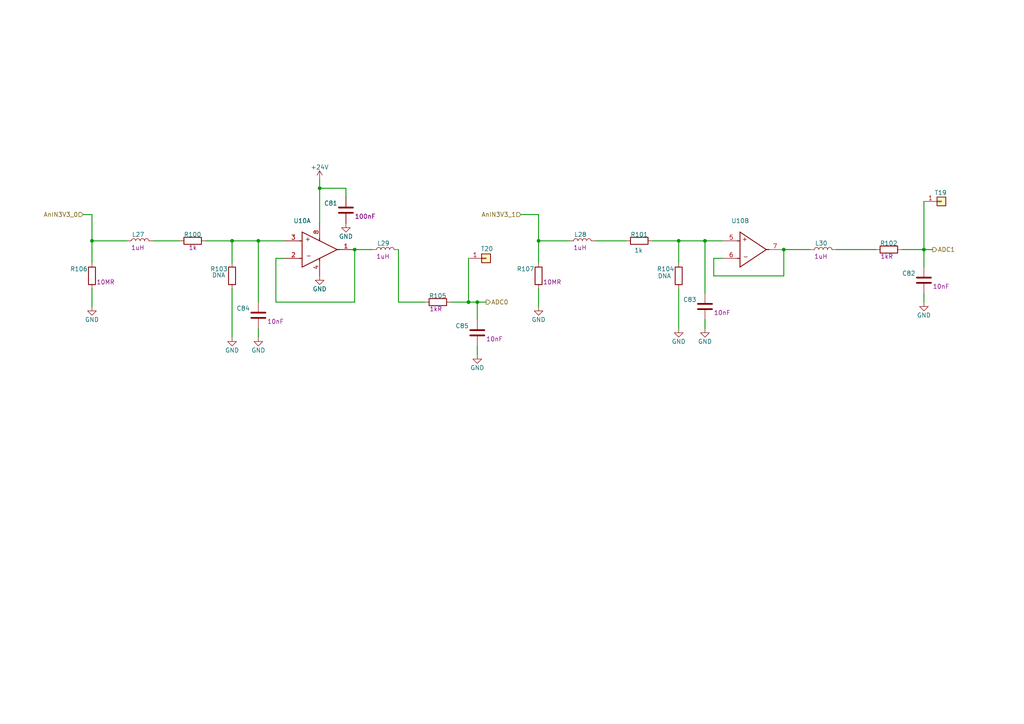
<source format=kicad_sch>
(kicad_sch
	(version 20231120)
	(generator "eeschema")
	(generator_version "8.0")
	(uuid "2cc0ba10-5bc3-40e5-8780-78e62aa76f12")
	(paper "A4")
	(title_block
		(title "Filters for 3V3 analog signal")
		(rev "1")
	)
	(lib_symbols
		(symbol "Connector_Generic:Conn_01x01"
			(pin_names
				(offset 1.016) hide)
			(exclude_from_sim no)
			(in_bom yes)
			(on_board yes)
			(property "Reference" "J"
				(at 0 2.54 0)
				(effects
					(font
						(size 1.27 1.27)
					)
				)
			)
			(property "Value" "Conn_01x01"
				(at 0 -2.54 0)
				(effects
					(font
						(size 1.27 1.27)
					)
				)
			)
			(property "Footprint" ""
				(at 0 0 0)
				(effects
					(font
						(size 1.27 1.27)
					)
					(hide yes)
				)
			)
			(property "Datasheet" "~"
				(at 0 0 0)
				(effects
					(font
						(size 1.27 1.27)
					)
					(hide yes)
				)
			)
			(property "Description" "Generic connector, single row, 01x01, script generated (kicad-library-utils/schlib/autogen/connector/)"
				(at 0 0 0)
				(effects
					(font
						(size 1.27 1.27)
					)
					(hide yes)
				)
			)
			(property "ki_keywords" "connector"
				(at 0 0 0)
				(effects
					(font
						(size 1.27 1.27)
					)
					(hide yes)
				)
			)
			(property "ki_fp_filters" "Connector*:*_1x??_*"
				(at 0 0 0)
				(effects
					(font
						(size 1.27 1.27)
					)
					(hide yes)
				)
			)
			(symbol "Conn_01x01_1_1"
				(rectangle
					(start -1.27 0.127)
					(end 0 -0.127)
					(stroke
						(width 0.1524)
						(type default)
					)
					(fill
						(type none)
					)
				)
				(rectangle
					(start -1.27 1.27)
					(end 1.27 -1.27)
					(stroke
						(width 0.254)
						(type default)
					)
					(fill
						(type background)
					)
				)
				(pin passive line
					(at -5.08 0 0)
					(length 3.81)
					(name "Pin_1"
						(effects
							(font
								(size 1.27 1.27)
							)
						)
					)
					(number "1"
						(effects
							(font
								(size 1.27 1.27)
							)
						)
					)
				)
			)
		)
		(symbol "Device:C"
			(pin_numbers hide)
			(pin_names
				(offset 0.254)
			)
			(exclude_from_sim no)
			(in_bom yes)
			(on_board yes)
			(property "Reference" "C"
				(at 0.635 2.54 0)
				(effects
					(font
						(size 1.27 1.27)
					)
					(justify left)
				)
			)
			(property "Value" "C"
				(at 0.635 -2.54 0)
				(effects
					(font
						(size 1.27 1.27)
					)
					(justify left)
				)
			)
			(property "Footprint" ""
				(at 0.9652 -3.81 0)
				(effects
					(font
						(size 1.27 1.27)
					)
					(hide yes)
				)
			)
			(property "Datasheet" "~"
				(at 0 0 0)
				(effects
					(font
						(size 1.27 1.27)
					)
					(hide yes)
				)
			)
			(property "Description" "Unpolarized capacitor"
				(at 0 0 0)
				(effects
					(font
						(size 1.27 1.27)
					)
					(hide yes)
				)
			)
			(property "ki_keywords" "cap capacitor"
				(at 0 0 0)
				(effects
					(font
						(size 1.27 1.27)
					)
					(hide yes)
				)
			)
			(property "ki_fp_filters" "C_*"
				(at 0 0 0)
				(effects
					(font
						(size 1.27 1.27)
					)
					(hide yes)
				)
			)
			(symbol "C_0_1"
				(polyline
					(pts
						(xy -2.032 -0.762) (xy 2.032 -0.762)
					)
					(stroke
						(width 0.508)
						(type default)
					)
					(fill
						(type none)
					)
				)
				(polyline
					(pts
						(xy -2.032 0.762) (xy 2.032 0.762)
					)
					(stroke
						(width 0.508)
						(type default)
					)
					(fill
						(type none)
					)
				)
			)
			(symbol "C_1_1"
				(pin passive line
					(at 0 3.81 270)
					(length 2.794)
					(name "~"
						(effects
							(font
								(size 1.27 1.27)
							)
						)
					)
					(number "1"
						(effects
							(font
								(size 1.27 1.27)
							)
						)
					)
				)
				(pin passive line
					(at 0 -3.81 90)
					(length 2.794)
					(name "~"
						(effects
							(font
								(size 1.27 1.27)
							)
						)
					)
					(number "2"
						(effects
							(font
								(size 1.27 1.27)
							)
						)
					)
				)
			)
		)
		(symbol "Device:L"
			(pin_numbers hide)
			(pin_names
				(offset 1.016) hide)
			(exclude_from_sim no)
			(in_bom yes)
			(on_board yes)
			(property "Reference" "L"
				(at -1.27 0 90)
				(effects
					(font
						(size 1.27 1.27)
					)
				)
			)
			(property "Value" "L"
				(at 1.905 0 90)
				(effects
					(font
						(size 1.27 1.27)
					)
				)
			)
			(property "Footprint" ""
				(at 0 0 0)
				(effects
					(font
						(size 1.27 1.27)
					)
					(hide yes)
				)
			)
			(property "Datasheet" "~"
				(at 0 0 0)
				(effects
					(font
						(size 1.27 1.27)
					)
					(hide yes)
				)
			)
			(property "Description" "Inductor"
				(at 0 0 0)
				(effects
					(font
						(size 1.27 1.27)
					)
					(hide yes)
				)
			)
			(property "ki_keywords" "inductor choke coil reactor magnetic"
				(at 0 0 0)
				(effects
					(font
						(size 1.27 1.27)
					)
					(hide yes)
				)
			)
			(property "ki_fp_filters" "Choke_* *Coil* Inductor_* L_*"
				(at 0 0 0)
				(effects
					(font
						(size 1.27 1.27)
					)
					(hide yes)
				)
			)
			(symbol "L_0_1"
				(arc
					(start 0 -2.54)
					(mid 0.6323 -1.905)
					(end 0 -1.27)
					(stroke
						(width 0)
						(type default)
					)
					(fill
						(type none)
					)
				)
				(arc
					(start 0 -1.27)
					(mid 0.6323 -0.635)
					(end 0 0)
					(stroke
						(width 0)
						(type default)
					)
					(fill
						(type none)
					)
				)
				(arc
					(start 0 0)
					(mid 0.6323 0.635)
					(end 0 1.27)
					(stroke
						(width 0)
						(type default)
					)
					(fill
						(type none)
					)
				)
				(arc
					(start 0 1.27)
					(mid 0.6323 1.905)
					(end 0 2.54)
					(stroke
						(width 0)
						(type default)
					)
					(fill
						(type none)
					)
				)
			)
			(symbol "L_1_1"
				(pin passive line
					(at 0 3.81 270)
					(length 1.27)
					(name "1"
						(effects
							(font
								(size 1.27 1.27)
							)
						)
					)
					(number "1"
						(effects
							(font
								(size 1.27 1.27)
							)
						)
					)
				)
				(pin passive line
					(at 0 -3.81 90)
					(length 1.27)
					(name "2"
						(effects
							(font
								(size 1.27 1.27)
							)
						)
					)
					(number "2"
						(effects
							(font
								(size 1.27 1.27)
							)
						)
					)
				)
			)
		)
		(symbol "Device:R"
			(pin_numbers hide)
			(pin_names
				(offset 0)
			)
			(exclude_from_sim no)
			(in_bom yes)
			(on_board yes)
			(property "Reference" "R"
				(at 2.032 0 90)
				(effects
					(font
						(size 1.27 1.27)
					)
				)
			)
			(property "Value" "R"
				(at 0 0 90)
				(effects
					(font
						(size 1.27 1.27)
					)
				)
			)
			(property "Footprint" ""
				(at -1.778 0 90)
				(effects
					(font
						(size 1.27 1.27)
					)
					(hide yes)
				)
			)
			(property "Datasheet" "~"
				(at 0 0 0)
				(effects
					(font
						(size 1.27 1.27)
					)
					(hide yes)
				)
			)
			(property "Description" "Resistor"
				(at 0 0 0)
				(effects
					(font
						(size 1.27 1.27)
					)
					(hide yes)
				)
			)
			(property "ki_keywords" "R res resistor"
				(at 0 0 0)
				(effects
					(font
						(size 1.27 1.27)
					)
					(hide yes)
				)
			)
			(property "ki_fp_filters" "R_*"
				(at 0 0 0)
				(effects
					(font
						(size 1.27 1.27)
					)
					(hide yes)
				)
			)
			(symbol "R_0_1"
				(rectangle
					(start -1.016 -2.54)
					(end 1.016 2.54)
					(stroke
						(width 0.254)
						(type default)
					)
					(fill
						(type none)
					)
				)
			)
			(symbol "R_1_1"
				(pin passive line
					(at 0 3.81 270)
					(length 1.27)
					(name "~"
						(effects
							(font
								(size 1.27 1.27)
							)
						)
					)
					(number "1"
						(effects
							(font
								(size 1.27 1.27)
							)
						)
					)
				)
				(pin passive line
					(at 0 -3.81 90)
					(length 1.27)
					(name "~"
						(effects
							(font
								(size 1.27 1.27)
							)
						)
					)
					(number "2"
						(effects
							(font
								(size 1.27 1.27)
							)
						)
					)
				)
			)
		)
		(symbol "Untitled-altium-import:root_0_d5b36c1049528187b1d2197d5d58d7e"
			(exclude_from_sim no)
			(in_bom yes)
			(on_board yes)
			(property "Reference" ""
				(at 0 0 0)
				(effects
					(font
						(size 1.27 1.27)
					)
				)
			)
			(property "Value" ""
				(at 0 0 0)
				(effects
					(font
						(size 1.27 1.27)
					)
				)
			)
			(property "Footprint" ""
				(at 0 0 0)
				(effects
					(font
						(size 1.27 1.27)
					)
					(hide yes)
				)
			)
			(property "Datasheet" ""
				(at 0 0 0)
				(effects
					(font
						(size 1.27 1.27)
					)
					(hide yes)
				)
			)
			(property "Description" "IC OPAMP GP 2 CIRCUIT 8SOIC"
				(at 0 0 0)
				(effects
					(font
						(size 1.27 1.27)
					)
					(hide yes)
				)
			)
			(property "ki_fp_filters" "FP-D0008A-IPC_A"
				(at 0 0 0)
				(effects
					(font
						(size 1.27 1.27)
					)
					(hide yes)
				)
			)
			(symbol "root_0_d5b36c1049528187b1d2197d5d58d7e_1_0"
				(polyline
					(pts
						(xy 5.08 -7.62) (xy 5.08 2.54)
					)
					(stroke
						(width 0.254)
						(type solid)
					)
					(fill
						(type none)
					)
				)
				(polyline
					(pts
						(xy 5.08 -7.62) (xy 15.24 -2.54)
					)
					(stroke
						(width 0.254)
						(type solid)
					)
					(fill
						(type none)
					)
				)
				(polyline
					(pts
						(xy 5.08 -5.08) (xy 4.318 -5.08)
					)
					(stroke
						(width 0.254)
						(type solid)
					)
					(fill
						(type none)
					)
				)
				(polyline
					(pts
						(xy 5.08 0) (xy 4.318 0)
					)
					(stroke
						(width 0.254)
						(type solid)
					)
					(fill
						(type none)
					)
				)
				(polyline
					(pts
						(xy 5.08 2.54) (xy 15.24 -2.54)
					)
					(stroke
						(width 0.254)
						(type solid)
					)
					(fill
						(type none)
					)
				)
				(polyline
					(pts
						(xy 10.16 -5.08) (xy 10.16 -5.842)
					)
					(stroke
						(width 0.254)
						(type solid)
					)
					(fill
						(type none)
					)
				)
				(polyline
					(pts
						(xy 10.16 0) (xy 10.16 0.762)
					)
					(stroke
						(width 0.254)
						(type solid)
					)
					(fill
						(type none)
					)
				)
				(polyline
					(pts
						(xy 15.24 -2.54) (xy 16.002 -2.54)
					)
					(stroke
						(width 0.254)
						(type solid)
					)
					(fill
						(type none)
					)
				)
				(text ""
					(at 5.588 0.762 0)
					(effects
						(font
							(size 1.27 1.27)
						)
						(justify left top)
					)
				)
				(text "+"
					(at 5.842 1.27 0)
					(effects
						(font
							(size 1.27 1.27)
						)
						(justify left top)
					)
				)
				(text "-"
					(at 6.096 -3.556 0)
					(effects
						(font
							(size 1.27 1.27)
						)
						(justify left top)
					)
				)
				(pin passive line
					(at 20.32 -2.54 180)
					(length 5.08)
					(name "OUT1"
						(effects
							(font
								(size 0 0)
							)
						)
					)
					(number "1"
						(effects
							(font
								(size 1.27 1.27)
							)
						)
					)
				)
				(pin tri_state line
					(at 0 -5.08 0)
					(length 5.08)
					(name "IN1-"
						(effects
							(font
								(size 0 0)
							)
						)
					)
					(number "2"
						(effects
							(font
								(size 1.27 1.27)
							)
						)
					)
				)
				(pin open_collector line
					(at 0 0 0)
					(length 5.08)
					(name "IN1+"
						(effects
							(font
								(size 0 0)
							)
						)
					)
					(number "3"
						(effects
							(font
								(size 1.27 1.27)
							)
						)
					)
				)
				(pin power_in line
					(at 10.16 -10.16 90)
					(length 5.08)
					(name "V-"
						(effects
							(font
								(size 0 0)
							)
						)
					)
					(number "4"
						(effects
							(font
								(size 1.27 1.27)
							)
						)
					)
				)
				(pin power_in line
					(at 10.16 5.08 270)
					(length 5.08)
					(name "V+"
						(effects
							(font
								(size 0 0)
							)
						)
					)
					(number "8"
						(effects
							(font
								(size 1.27 1.27)
							)
						)
					)
				)
			)
			(symbol "root_0_d5b36c1049528187b1d2197d5d58d7e_2_0"
				(polyline
					(pts
						(xy 5.08 -7.62) (xy 5.08 2.54)
					)
					(stroke
						(width 0.254)
						(type solid)
					)
					(fill
						(type none)
					)
				)
				(polyline
					(pts
						(xy 5.08 -7.62) (xy 12.7 -2.54)
					)
					(stroke
						(width 0.254)
						(type solid)
					)
					(fill
						(type none)
					)
				)
				(polyline
					(pts
						(xy 5.08 -5.08) (xy 4.318 -5.08)
					)
					(stroke
						(width 0.254)
						(type solid)
					)
					(fill
						(type none)
					)
				)
				(polyline
					(pts
						(xy 5.08 0) (xy 4.318 0)
					)
					(stroke
						(width 0.254)
						(type solid)
					)
					(fill
						(type none)
					)
				)
				(polyline
					(pts
						(xy 5.08 2.54) (xy 12.7 -2.54)
					)
					(stroke
						(width 0.254)
						(type solid)
					)
					(fill
						(type none)
					)
				)
				(polyline
					(pts
						(xy 12.7 -2.54) (xy 13.462 -2.54)
					)
					(stroke
						(width 0.254)
						(type solid)
					)
					(fill
						(type none)
					)
				)
				(text ""
					(at 5.588 0.762 0)
					(effects
						(font
							(size 1.27 1.27)
						)
						(justify left top)
					)
				)
				(text "+"
					(at 5.588 1.27 0)
					(effects
						(font
							(size 1.27 1.27)
						)
						(justify left top)
					)
				)
				(text "-"
					(at 5.842 -3.81 0)
					(effects
						(font
							(size 1.27 1.27)
						)
						(justify left top)
					)
				)
				(pin tri_state line
					(at 0 0 0)
					(length 5.08)
					(name "IN2+"
						(effects
							(font
								(size 0 0)
							)
						)
					)
					(number "5"
						(effects
							(font
								(size 1.27 1.27)
							)
						)
					)
				)
				(pin tri_state line
					(at 0 -5.08 0)
					(length 5.08)
					(name "IN2-"
						(effects
							(font
								(size 0 0)
							)
						)
					)
					(number "6"
						(effects
							(font
								(size 1.27 1.27)
							)
						)
					)
				)
				(pin passive line
					(at 17.78 -2.54 180)
					(length 5.08)
					(name "OUT2"
						(effects
							(font
								(size 0 0)
							)
						)
					)
					(number "7"
						(effects
							(font
								(size 1.27 1.27)
							)
						)
					)
				)
			)
		)
		(symbol "power:+24V"
			(power)
			(pin_numbers hide)
			(pin_names
				(offset 0) hide)
			(exclude_from_sim no)
			(in_bom yes)
			(on_board yes)
			(property "Reference" "#PWR"
				(at 0 -3.81 0)
				(effects
					(font
						(size 1.27 1.27)
					)
					(hide yes)
				)
			)
			(property "Value" "+24V"
				(at 0 3.556 0)
				(effects
					(font
						(size 1.27 1.27)
					)
				)
			)
			(property "Footprint" ""
				(at 0 0 0)
				(effects
					(font
						(size 1.27 1.27)
					)
					(hide yes)
				)
			)
			(property "Datasheet" ""
				(at 0 0 0)
				(effects
					(font
						(size 1.27 1.27)
					)
					(hide yes)
				)
			)
			(property "Description" "Power symbol creates a global label with name \"+24V\""
				(at 0 0 0)
				(effects
					(font
						(size 1.27 1.27)
					)
					(hide yes)
				)
			)
			(property "ki_keywords" "global power"
				(at 0 0 0)
				(effects
					(font
						(size 1.27 1.27)
					)
					(hide yes)
				)
			)
			(symbol "+24V_0_1"
				(polyline
					(pts
						(xy -0.762 1.27) (xy 0 2.54)
					)
					(stroke
						(width 0)
						(type default)
					)
					(fill
						(type none)
					)
				)
				(polyline
					(pts
						(xy 0 0) (xy 0 2.54)
					)
					(stroke
						(width 0)
						(type default)
					)
					(fill
						(type none)
					)
				)
				(polyline
					(pts
						(xy 0 2.54) (xy 0.762 1.27)
					)
					(stroke
						(width 0)
						(type default)
					)
					(fill
						(type none)
					)
				)
			)
			(symbol "+24V_1_1"
				(pin power_in line
					(at 0 0 90)
					(length 0)
					(name "~"
						(effects
							(font
								(size 1.27 1.27)
							)
						)
					)
					(number "1"
						(effects
							(font
								(size 1.27 1.27)
							)
						)
					)
				)
			)
		)
		(symbol "power:GND"
			(power)
			(pin_numbers hide)
			(pin_names
				(offset 0) hide)
			(exclude_from_sim no)
			(in_bom yes)
			(on_board yes)
			(property "Reference" "#PWR"
				(at 0 -6.35 0)
				(effects
					(font
						(size 1.27 1.27)
					)
					(hide yes)
				)
			)
			(property "Value" "GND"
				(at 0 -3.81 0)
				(effects
					(font
						(size 1.27 1.27)
					)
				)
			)
			(property "Footprint" ""
				(at 0 0 0)
				(effects
					(font
						(size 1.27 1.27)
					)
					(hide yes)
				)
			)
			(property "Datasheet" ""
				(at 0 0 0)
				(effects
					(font
						(size 1.27 1.27)
					)
					(hide yes)
				)
			)
			(property "Description" "Power symbol creates a global label with name \"GND\" , ground"
				(at 0 0 0)
				(effects
					(font
						(size 1.27 1.27)
					)
					(hide yes)
				)
			)
			(property "ki_keywords" "global power"
				(at 0 0 0)
				(effects
					(font
						(size 1.27 1.27)
					)
					(hide yes)
				)
			)
			(symbol "GND_0_1"
				(polyline
					(pts
						(xy 0 0) (xy 0 -1.27) (xy 1.27 -1.27) (xy 0 -2.54) (xy -1.27 -1.27) (xy 0 -1.27)
					)
					(stroke
						(width 0)
						(type default)
					)
					(fill
						(type none)
					)
				)
			)
			(symbol "GND_1_1"
				(pin power_in line
					(at 0 0 270)
					(length 0)
					(name "~"
						(effects
							(font
								(size 1.27 1.27)
							)
						)
					)
					(number "1"
						(effects
							(font
								(size 1.27 1.27)
							)
						)
					)
				)
			)
		)
	)
	(junction
		(at 67.31 69.85)
		(diameter 0)
		(color 0 0 0 0)
		(uuid "01811d5c-6e0e-4280-91e5-250608c9aae1")
	)
	(junction
		(at 196.85 69.85)
		(diameter 0)
		(color 0 0 0 0)
		(uuid "10bcb292-d4c3-4313-8795-2d30b23cdd7c")
	)
	(junction
		(at 267.97 72.39)
		(diameter 0)
		(color 0 0 0 0)
		(uuid "282fc25d-69bc-4940-b939-a97a1a216403")
	)
	(junction
		(at 138.43 87.63)
		(diameter 0)
		(color 0 0 0 0)
		(uuid "594e7524-9512-49ab-b5a5-9523a1732224")
	)
	(junction
		(at 135.89 87.63)
		(diameter 0)
		(color 0 0 0 0)
		(uuid "5d5b7b77-74bc-438d-820c-877429c9e2cc")
	)
	(junction
		(at 156.21 69.85)
		(diameter 0)
		(color 0 0 0 0)
		(uuid "62e6bf98-4d2f-46d8-a200-a0727a204377")
	)
	(junction
		(at 102.87 72.39)
		(diameter 0)
		(color 0 0 0 0)
		(uuid "a22d942e-dac7-466e-8cae-91c710897212")
	)
	(junction
		(at 204.47 69.85)
		(diameter 0)
		(color 0 0 0 0)
		(uuid "d93f566a-58c4-43f4-b2ea-ce4caa264e5a")
	)
	(junction
		(at 26.67 69.85)
		(diameter 0)
		(color 0 0 0 0)
		(uuid "d9c64eda-8491-4a22-b8f3-5eeb1a2c9379")
	)
	(junction
		(at 92.71 54.61)
		(diameter 0)
		(color 0 0 0 0)
		(uuid "dd416eff-1fe1-46c0-8b2e-de603d8f0edd")
	)
	(junction
		(at 227.33 72.39)
		(diameter 0)
		(color 0 0 0 0)
		(uuid "e62b8175-262a-45b0-9492-77d752ae9ddc")
	)
	(junction
		(at 74.93 69.85)
		(diameter 0)
		(color 0 0 0 0)
		(uuid "f4788def-630e-41ef-b627-2528445bd7e0")
	)
	(wire
		(pts
			(xy 44.45 69.85) (xy 52.07 69.85)
		)
		(stroke
			(width 0.254)
			(type default)
		)
		(uuid "013d7028-02de-4733-9c3e-e02dc8bea12f")
	)
	(wire
		(pts
			(xy 270.51 72.39) (xy 267.97 72.39)
		)
		(stroke
			(width 0.254)
			(type default)
		)
		(uuid "066b1a49-8579-4981-9dc2-e134c0da6199")
	)
	(wire
		(pts
			(xy 267.97 87.63) (xy 267.97 85.09)
		)
		(stroke
			(width 0.254)
			(type default)
		)
		(uuid "1d11326d-408a-49b9-afd9-300a7a155c6c")
	)
	(wire
		(pts
			(xy 67.31 69.85) (xy 67.31 76.2)
		)
		(stroke
			(width 0.254)
			(type default)
		)
		(uuid "1de806c2-f8fb-4355-8dd4-43c75ece2899")
	)
	(wire
		(pts
			(xy 74.93 69.85) (xy 82.55 69.85)
		)
		(stroke
			(width 0.254)
			(type default)
		)
		(uuid "2363a8e2-0176-41d0-a6ae-93fc1ff40841")
	)
	(wire
		(pts
			(xy 67.31 69.85) (xy 74.93 69.85)
		)
		(stroke
			(width 0.254)
			(type default)
		)
		(uuid "2781a595-2a5e-48a6-972e-e5f115684322")
	)
	(wire
		(pts
			(xy 67.31 83.82) (xy 67.31 97.79)
		)
		(stroke
			(width 0.254)
			(type default)
		)
		(uuid "34091d6b-5570-4451-bab6-4de0043a2736")
	)
	(wire
		(pts
			(xy 227.33 80.01) (xy 207.01 80.01)
		)
		(stroke
			(width 0.254)
			(type default)
		)
		(uuid "394777d8-2e46-48b6-b259-a8a2f5841fb0")
	)
	(wire
		(pts
			(xy 59.69 69.85) (xy 67.31 69.85)
		)
		(stroke
			(width 0.254)
			(type default)
		)
		(uuid "3b5c6609-1e6d-4771-84a0-6eba7e97f59a")
	)
	(wire
		(pts
			(xy 204.47 92.71) (xy 204.47 95.25)
		)
		(stroke
			(width 0.254)
			(type default)
		)
		(uuid "3ce3d92d-c9f2-4cf4-bb3a-f40e09eb5d50")
	)
	(wire
		(pts
			(xy 82.55 74.93) (xy 80.01 74.93)
		)
		(stroke
			(width 0.254)
			(type default)
		)
		(uuid "42b104cd-6888-46ba-bbbc-567c57121d74")
	)
	(wire
		(pts
			(xy 156.21 69.85) (xy 156.21 76.2)
		)
		(stroke
			(width 0.254)
			(type default)
		)
		(uuid "46536934-0c18-4d98-8184-ca1efeb6bb07")
	)
	(wire
		(pts
			(xy 115.57 72.39) (xy 115.57 87.63)
		)
		(stroke
			(width 0.254)
			(type default)
		)
		(uuid "47bc2d6d-5558-4258-80d4-3d9d6eb20a22")
	)
	(wire
		(pts
			(xy 26.67 83.82) (xy 26.67 88.9)
		)
		(stroke
			(width 0.254)
			(type default)
		)
		(uuid "4ce42d4a-aae6-4c72-9ba0-60c6ad735b19")
	)
	(wire
		(pts
			(xy 130.81 87.63) (xy 135.89 87.63)
		)
		(stroke
			(width 0.254)
			(type default)
		)
		(uuid "4d6b873b-0046-4f08-aeb8-0dbee53752d0")
	)
	(wire
		(pts
			(xy 156.21 62.23) (xy 156.21 69.85)
		)
		(stroke
			(width 0.254)
			(type default)
		)
		(uuid "53aceb71-6cb6-440a-88ac-fc5f0fc1cda9")
	)
	(wire
		(pts
			(xy 26.67 69.85) (xy 26.67 76.2)
		)
		(stroke
			(width 0.254)
			(type default)
		)
		(uuid "596cd225-654c-4252-b8c5-ce69056067b0")
	)
	(wire
		(pts
			(xy 92.71 52.07) (xy 92.71 54.61)
		)
		(stroke
			(width 0.254)
			(type default)
		)
		(uuid "5b63f37f-59b0-4389-9e55-045ded6e79bd")
	)
	(wire
		(pts
			(xy 196.85 83.82) (xy 196.85 95.25)
		)
		(stroke
			(width 0.254)
			(type default)
		)
		(uuid "68b9cada-6a46-446a-b738-8ea4a3bf5064")
	)
	(wire
		(pts
			(xy 207.01 74.93) (xy 209.55 74.93)
		)
		(stroke
			(width 0.254)
			(type default)
		)
		(uuid "6becbf92-ecd7-4710-9520-517e194d7ed2")
	)
	(wire
		(pts
			(xy 74.93 87.63) (xy 74.93 69.85)
		)
		(stroke
			(width 0.254)
			(type default)
		)
		(uuid "72748c65-254c-470f-adf0-026ff5bd0b99")
	)
	(wire
		(pts
			(xy 151.13 62.23) (xy 156.21 62.23)
		)
		(stroke
			(width 0.254)
			(type default)
		)
		(uuid "77b3254d-1fbb-4038-9b6a-6537ac804a86")
	)
	(wire
		(pts
			(xy 267.97 72.39) (xy 267.97 77.47)
		)
		(stroke
			(width 0.254)
			(type default)
		)
		(uuid "8131a29f-5e11-4ffe-94b0-92aa862fc42b")
	)
	(wire
		(pts
			(xy 156.21 83.82) (xy 156.21 88.9)
		)
		(stroke
			(width 0.254)
			(type default)
		)
		(uuid "825b2650-037c-48be-bf57-52d9b888a682")
	)
	(wire
		(pts
			(xy 196.85 69.85) (xy 204.47 69.85)
		)
		(stroke
			(width 0.254)
			(type default)
		)
		(uuid "82b538f3-c842-4e4d-8b2a-977c6dc965ae")
	)
	(wire
		(pts
			(xy 196.85 69.85) (xy 196.85 76.2)
		)
		(stroke
			(width 0.254)
			(type default)
		)
		(uuid "8a00861d-b68e-4b51-a677-7f5d38483a5e")
	)
	(wire
		(pts
			(xy 135.89 74.93) (xy 135.89 87.63)
		)
		(stroke
			(width 0.254)
			(type default)
		)
		(uuid "8eaec87c-8426-4606-b79e-b17d55c85cfc")
	)
	(wire
		(pts
			(xy 100.33 57.15) (xy 100.33 54.61)
		)
		(stroke
			(width 0.254)
			(type default)
		)
		(uuid "93e987fb-3072-445f-9385-9260ee9d84bb")
	)
	(wire
		(pts
			(xy 138.43 87.63) (xy 140.97 87.63)
		)
		(stroke
			(width 0.254)
			(type default)
		)
		(uuid "942a84a9-6956-448d-bbe4-7e2934b53e28")
	)
	(wire
		(pts
			(xy 115.57 87.63) (xy 123.19 87.63)
		)
		(stroke
			(width 0.254)
			(type default)
		)
		(uuid "955c67dd-412a-4e5d-a18d-553da9a9f9de")
	)
	(wire
		(pts
			(xy 107.95 72.39) (xy 102.87 72.39)
		)
		(stroke
			(width 0.254)
			(type default)
		)
		(uuid "9acf8e17-4cd3-424a-a230-fa9bbc1b522e")
	)
	(wire
		(pts
			(xy 267.97 58.42) (xy 267.97 72.39)
		)
		(stroke
			(width 0.254)
			(type default)
		)
		(uuid "9f180c91-36be-47c7-9d3c-de1e838bb424")
	)
	(wire
		(pts
			(xy 24.13 62.23) (xy 26.67 62.23)
		)
		(stroke
			(width 0.254)
			(type default)
		)
		(uuid "a21fc57b-2196-4379-a616-697db90efbb2")
	)
	(wire
		(pts
			(xy 189.23 69.85) (xy 196.85 69.85)
		)
		(stroke
			(width 0.254)
			(type default)
		)
		(uuid "a5594667-6bb1-4055-aceb-b63db45a4e2f")
	)
	(wire
		(pts
			(xy 204.47 69.85) (xy 209.55 69.85)
		)
		(stroke
			(width 0.254)
			(type default)
		)
		(uuid "a56874ca-ec68-4207-925e-0e20443cff06")
	)
	(wire
		(pts
			(xy 26.67 69.85) (xy 36.83 69.85)
		)
		(stroke
			(width 0.254)
			(type default)
		)
		(uuid "a716257f-44a9-4a6a-a245-f28673012716")
	)
	(wire
		(pts
			(xy 92.71 54.61) (xy 92.71 64.77)
		)
		(stroke
			(width 0.254)
			(type default)
		)
		(uuid "a84ff159-bb8f-4038-b6fa-7014a0386759")
	)
	(wire
		(pts
			(xy 207.01 80.01) (xy 207.01 74.93)
		)
		(stroke
			(width 0.254)
			(type default)
		)
		(uuid "a8fac168-f50f-4ad9-85e1-e5cfd77e1666")
	)
	(wire
		(pts
			(xy 156.21 69.85) (xy 165.1 69.85)
		)
		(stroke
			(width 0.254)
			(type default)
		)
		(uuid "b28522d7-b157-41e9-9be3-323a631d47c8")
	)
	(wire
		(pts
			(xy 80.01 87.63) (xy 102.87 87.63)
		)
		(stroke
			(width 0.254)
			(type default)
		)
		(uuid "b6249b39-fe04-4d1e-93aa-530f15e40e9a")
	)
	(wire
		(pts
			(xy 234.95 72.39) (xy 227.33 72.39)
		)
		(stroke
			(width 0.254)
			(type default)
		)
		(uuid "b7e75d5d-6294-49f2-b118-0d87035dcc8f")
	)
	(wire
		(pts
			(xy 80.01 74.93) (xy 80.01 87.63)
		)
		(stroke
			(width 0.254)
			(type default)
		)
		(uuid "bd118e74-bf54-46f5-bb8b-963c71b57890")
	)
	(wire
		(pts
			(xy 138.43 92.71) (xy 138.43 87.63)
		)
		(stroke
			(width 0.254)
			(type default)
		)
		(uuid "bed8ac46-bed2-426f-bd25-5caa9152e242")
	)
	(wire
		(pts
			(xy 74.93 95.25) (xy 74.93 97.79)
		)
		(stroke
			(width 0.254)
			(type default)
		)
		(uuid "c2da3688-5027-468e-8f69-dbe293475a2c")
	)
	(wire
		(pts
			(xy 242.57 72.39) (xy 254 72.39)
		)
		(stroke
			(width 0.254)
			(type default)
		)
		(uuid "c3250db4-b617-4865-95bc-335febe78fec")
	)
	(wire
		(pts
			(xy 227.33 72.39) (xy 227.33 80.01)
		)
		(stroke
			(width 0.254)
			(type default)
		)
		(uuid "c7fed300-dc83-492d-b608-1ef087d6f025")
	)
	(wire
		(pts
			(xy 102.87 87.63) (xy 102.87 72.39)
		)
		(stroke
			(width 0.254)
			(type default)
		)
		(uuid "d2996197-6fbd-4ee6-b1e9-058ad795b157")
	)
	(wire
		(pts
			(xy 261.62 72.39) (xy 267.97 72.39)
		)
		(stroke
			(width 0.254)
			(type default)
		)
		(uuid "d59ade1d-6e80-432a-9a00-088599804740")
	)
	(wire
		(pts
			(xy 204.47 85.09) (xy 204.47 69.85)
		)
		(stroke
			(width 0.254)
			(type default)
		)
		(uuid "d655451d-1ad4-4f11-b992-a2bbca5f7bc9")
	)
	(wire
		(pts
			(xy 100.33 54.61) (xy 92.71 54.61)
		)
		(stroke
			(width 0.254)
			(type default)
		)
		(uuid "d95d6bdb-c85d-460a-bdfc-e7431d72f702")
	)
	(wire
		(pts
			(xy 138.43 102.87) (xy 138.43 100.33)
		)
		(stroke
			(width 0.254)
			(type default)
		)
		(uuid "db0e5a32-9eef-4796-8707-e40b652075f4")
	)
	(wire
		(pts
			(xy 26.67 62.23) (xy 26.67 69.85)
		)
		(stroke
			(width 0.254)
			(type default)
		)
		(uuid "e20732a2-d7a6-4083-baf3-01d1675c9c21")
	)
	(wire
		(pts
			(xy 172.72 69.85) (xy 181.61 69.85)
		)
		(stroke
			(width 0.254)
			(type default)
		)
		(uuid "e3b22ba2-7f11-421d-a416-b31a6638990c")
	)
	(wire
		(pts
			(xy 135.89 87.63) (xy 138.43 87.63)
		)
		(stroke
			(width 0.254)
			(type default)
		)
		(uuid "f66e7081-e4f3-4e27-9862-d071f7196137")
	)
	(hierarchical_label "ADC0"
		(shape output)
		(at 140.97 87.63 0)
		(fields_autoplaced yes)
		(effects
			(font
				(size 1.27 1.27)
			)
			(justify left)
		)
		(uuid "47b3fc87-24c6-4962-900f-de2aa55f6db3")
	)
	(hierarchical_label "ADC1"
		(shape output)
		(at 270.51 72.39 0)
		(fields_autoplaced yes)
		(effects
			(font
				(size 1.27 1.27)
			)
			(justify left)
		)
		(uuid "71d45af7-2c1c-451a-954f-e01a863a5214")
	)
	(hierarchical_label "AnIN3V3_1"
		(shape input)
		(at 151.13 62.23 180)
		(fields_autoplaced yes)
		(effects
			(font
				(size 1.27 1.27)
			)
			(justify right)
		)
		(uuid "74296f1a-3be0-45a7-8436-2c8a9da621fa")
	)
	(hierarchical_label "AnIN3V3_0"
		(shape input)
		(at 24.13 62.23 180)
		(fields_autoplaced yes)
		(effects
			(font
				(size 1.27 1.27)
			)
			(justify right)
		)
		(uuid "c4b38560-87ca-4e52-8f31-3bc2f7e1a2af")
	)
	(symbol
		(lib_id "Device:R")
		(at 257.81 72.39 90)
		(unit 1)
		(exclude_from_sim no)
		(in_bom yes)
		(on_board yes)
		(dnp no)
		(uuid "01dfd151-c5b0-4d25-a1fe-cf115d706452")
		(property "Reference" "R102"
			(at 260.35 69.85 90)
			(effects
				(font
					(size 1.27 1.27)
				)
				(justify left bottom)
			)
		)
		(property "Value" "ESR10EZPJ102"
			(at 256.286 90.678 0)
			(effects
				(font
					(size 1.27 1.27)
				)
				(justify left bottom)
				(hide yes)
			)
		)
		(property "Footprint" "Resistor_SMD:R_0805_2012Metric_Pad1.20x1.40mm_HandSolder"
			(at 257.81 72.39 0)
			(effects
				(font
					(size 1.27 1.27)
				)
				(hide yes)
			)
		)
		(property "Datasheet" ""
			(at 257.81 72.39 0)
			(effects
				(font
					(size 1.27 1.27)
				)
				(hide yes)
			)
		)
		(property "Description" ""
			(at 257.81 72.39 0)
			(effects
				(font
					(size 1.27 1.27)
				)
				(hide yes)
			)
		)
		(property "TEMPERATURE COEFFICIENT" "200ppm/°C"
			(at 256.286 90.678 0)
			(effects
				(font
					(size 1.27 1.27)
				)
				(justify left bottom)
				(hide yes)
			)
		)
		(property "ALTIUM_VALUE" "1kR"
			(at 259.08 73.66 90)
			(effects
				(font
					(size 1.27 1.27)
				)
				(justify left bottom)
			)
		)
		(property "TOLERANCE" "5%"
			(at 256.286 90.678 0)
			(effects
				(font
					(size 1.27 1.27)
				)
				(justify left bottom)
				(hide yes)
			)
		)
		(property "VOLTAGE RATING" ""
			(at 256.286 90.678 0)
			(effects
				(font
					(size 1.27 1.27)
				)
				(justify left bottom)
				(hide yes)
			)
		)
		(property "CASE/PACKAGE" "0805"
			(at 256.286 90.678 0)
			(effects
				(font
					(size 1.27 1.27)
				)
				(justify left bottom)
				(hide yes)
			)
		)
		(property "CONSTRUCTION" "Chip"
			(at 256.286 90.678 0)
			(effects
				(font
					(size 1.27 1.27)
				)
				(justify left bottom)
				(hide yes)
			)
		)
		(property "JESD-609 CODE" "e3"
			(at 256.286 90.678 0)
			(effects
				(font
					(size 1.27 1.27)
				)
				(justify left bottom)
				(hide yes)
			)
		)
		(property "MAX OPERATING TEMPERATURE" "155°C"
			(at 256.286 90.678 0)
			(effects
				(font
					(size 1.27 1.27)
				)
				(justify left bottom)
				(hide yes)
			)
		)
		(property "MIN OPERATING TEMPERATURE" "-55°C"
			(at 256.286 90.678 0)
			(effects
				(font
					(size 1.27 1.27)
				)
				(justify left bottom)
				(hide yes)
			)
		)
		(property "MOUNTING TECHNOLOGY" "Surface Mount"
			(at 256.286 90.678 0)
			(effects
				(font
					(size 1.27 1.27)
				)
				(justify left bottom)
				(hide yes)
			)
		)
		(property "PACKAGE HEIGHT" "0.55mm"
			(at 256.286 90.678 0)
			(effects
				(font
					(size 1.27 1.27)
				)
				(justify left bottom)
				(hide yes)
			)
		)
		(property "PACKAGE LENGTH" "2mm"
			(at 256.286 90.678 0)
			(effects
				(font
					(size 1.27 1.27)
				)
				(justify left bottom)
				(hide yes)
			)
		)
		(property "PACKAGE SHAPE" "Rectangular"
			(at 256.286 90.678 0)
			(effects
				(font
					(size 1.27 1.27)
				)
				(justify left bottom)
				(hide yes)
			)
		)
		(property "PACKAGE STYLE" "SMTMeter"
			(at 256.286 90.678 0)
			(effects
				(font
					(size 1.27 1.27)
				)
				(justify left bottom)
				(hide yes)
			)
		)
		(property "PACKAGE WIDTH" "1.25mm"
			(at 256.286 90.678 0)
			(effects
				(font
					(size 1.27 1.27)
				)
				(justify left bottom)
				(hide yes)
			)
		)
		(property "PACKAGING" "Tape and Reel"
			(at 256.286 90.678 0)
			(effects
				(font
					(size 1.27 1.27)
				)
				(justify left bottom)
				(hide yes)
			)
		)
		(property "PINS" "2"
			(at 256.286 90.678 0)
			(effects
				(font
					(size 1.27 1.27)
				)
				(justify left bottom)
				(hide yes)
			)
		)
		(property "POWER" "400mW"
			(at 256.286 90.678 0)
			(effects
				(font
					(size 1.27 1.27)
				)
				(justify left bottom)
				(hide yes)
			)
		)
		(property "RATED TEMPERATURE" "70°C"
			(at 256.286 90.678 0)
			(effects
				(font
					(size 1.27 1.27)
				)
				(justify left bottom)
				(hide yes)
			)
		)
		(property "REACH SVHC COMPLIANT" "Yes"
			(at 256.286 90.678 0)
			(effects
				(font
					(size 1.27 1.27)
				)
				(justify left bottom)
				(hide yes)
			)
		)
		(property "REFERENCE STANDARD" "TS 16949"
			(at 256.286 90.678 0)
			(effects
				(font
					(size 1.27 1.27)
				)
				(justify left bottom)
				(hide yes)
			)
		)
		(property "RESISTOR TYPE" "FIXED RESISTOR"
			(at 256.286 90.678 0)
			(effects
				(font
					(size 1.27 1.27)
				)
				(justify left bottom)
				(hide yes)
			)
		)
		(property "ROHS COMPLIANT" "Yes"
			(at 256.286 90.678 0)
			(effects
				(font
					(size 1.27 1.27)
				)
				(justify left bottom)
				(hide yes)
			)
		)
		(property "TECHNOLOGY" "METAL GLAZE/THICK FILM"
			(at 256.286 90.678 0)
			(effects
				(font
					(size 1.27 1.27)
				)
				(justify left bottom)
				(hide yes)
			)
		)
		(property "TERMINAL FINISH" "Nickel"
			(at 256.286 90.678 0)
			(effects
				(font
					(size 1.27 1.27)
				)
				(justify left bottom)
				(hide yes)
			)
		)
		(property "TERMINATION" "Wraparound"
			(at 256.286 90.678 0)
			(effects
				(font
					(size 1.27 1.27)
				)
				(justify left bottom)
				(hide yes)
			)
		)
		(property "WORKING VOLTAGE" "150V"
			(at 256.286 90.678 0)
			(effects
				(font
					(size 1.27 1.27)
				)
				(justify left bottom)
				(hide yes)
			)
		)
		(pin "1"
			(uuid "a309ea48-9be9-4b6b-8388-15fc07450684")
		)
		(pin "2"
			(uuid "6cb9f460-82c8-47d9-8b73-4e9a5d583ea0")
		)
		(instances
			(project "Untitled"
				(path "/2cc0ba10-5bc3-40e5-8780-78e62aa76f12"
					(reference "R102")
					(unit 1)
				)
			)
			(project "Nodes"
				(path "/7f1aa41b-970a-42cc-8701-1d90e3bd89a6/7d82bd19-4de3-497f-a840-7872f07b0c7c/ff64c892-c2da-4bb8-9a98-5cfc37dfadfc"
					(reference "R102")
					(unit 1)
				)
			)
		)
	)
	(symbol
		(lib_id "power:GND")
		(at 156.21 88.9 0)
		(unit 1)
		(exclude_from_sim no)
		(in_bom yes)
		(on_board yes)
		(dnp no)
		(uuid "09f35621-02fb-4c41-8364-bde215abfcb5")
		(property "Reference" "#PWR?"
			(at 156.21 95.25 0)
			(effects
				(font
					(size 1.27 1.27)
				)
				(hide yes)
			)
		)
		(property "Value" "GND"
			(at 156.21 92.71 0)
			(effects
				(font
					(size 1.27 1.27)
				)
			)
		)
		(property "Footprint" ""
			(at 156.21 88.9 0)
			(effects
				(font
					(size 1.27 1.27)
				)
				(hide yes)
			)
		)
		(property "Datasheet" ""
			(at 156.21 88.9 0)
			(effects
				(font
					(size 1.27 1.27)
				)
				(hide yes)
			)
		)
		(property "Description" "Power symbol creates a global label with name \"GND\" , ground"
			(at 156.21 88.9 0)
			(effects
				(font
					(size 1.27 1.27)
				)
				(hide yes)
			)
		)
		(pin "1"
			(uuid "511ef0ec-7ab5-47da-9693-5950620f7671")
		)
		(instances
			(project "Untitled"
				(path "/2cc0ba10-5bc3-40e5-8780-78e62aa76f12"
					(reference "#PWR?")
					(unit 1)
				)
			)
			(project "Nodes"
				(path "/7f1aa41b-970a-42cc-8701-1d90e3bd89a6/7d82bd19-4de3-497f-a840-7872f07b0c7c/ff64c892-c2da-4bb8-9a98-5cfc37dfadfc"
					(reference "#PWR0235")
					(unit 1)
				)
			)
		)
	)
	(symbol
		(lib_id "Device:C")
		(at 74.93 91.44 0)
		(unit 1)
		(exclude_from_sim no)
		(in_bom yes)
		(on_board yes)
		(dnp no)
		(uuid "13a3c427-5a08-4ed7-b986-d232de9b629b")
		(property "Reference" "C84"
			(at 68.58 90.17 0)
			(effects
				(font
					(size 1.27 1.27)
				)
				(justify left bottom)
			)
		)
		(property "Value" "C0805C103KARACAUTO"
			(at 77.724 97.282 0)
			(effects
				(font
					(size 1.27 1.27)
				)
				(justify left bottom)
				(hide yes)
			)
		)
		(property "Footprint" "Capacitor_SMD:C_0805_2012Metric_Pad1.18x1.45mm_HandSolder"
			(at 74.93 91.44 0)
			(effects
				(font
					(size 1.27 1.27)
				)
				(hide yes)
			)
		)
		(property "Datasheet" ""
			(at 74.93 91.44 0)
			(effects
				(font
					(size 1.27 1.27)
				)
				(hide yes)
			)
		)
		(property "Description" ""
			(at 74.93 91.44 0)
			(effects
				(font
					(size 1.27 1.27)
				)
				(hide yes)
			)
		)
		(property "HEIGHT" "0.78mm"
			(at 72.136 90.932 0)
			(effects
				(font
					(size 1.27 1.27)
				)
				(justify left bottom)
				(hide yes)
			)
		)
		(property "MIN OPERATING TEMPERATURE" "-55°C"
			(at 72.136 90.932 0)
			(effects
				(font
					(size 1.27 1.27)
				)
				(justify left bottom)
				(hide yes)
			)
		)
		(property "LENGTH" "2mm"
			(at 72.136 90.932 0)
			(effects
				(font
					(size 1.27 1.27)
				)
				(justify left bottom)
				(hide yes)
			)
		)
		(property "MAX OPERATING TEMPERATURE" "125°C"
			(at 72.136 90.932 0)
			(effects
				(font
					(size 1.27 1.27)
				)
				(justify left bottom)
				(hide yes)
			)
		)
		(property "VOLTAGE RATING" ""
			(at 72.136 90.932 0)
			(effects
				(font
					(size 1.27 1.27)
				)
				(justify left bottom)
				(hide yes)
			)
		)
		(property "CASE/PACKAGE" "0805"
			(at 72.136 90.932 0)
			(effects
				(font
					(size 1.27 1.27)
				)
				(justify left bottom)
				(hide yes)
			)
		)
		(property "TOLERANCE" ""
			(at 72.136 90.932 0)
			(effects
				(font
					(size 1.27 1.27)
				)
				(justify left bottom)
				(hide yes)
			)
		)
		(property "WIDTH" "1.25mm"
			(at 72.136 90.932 0)
			(effects
				(font
					(size 1.27 1.27)
				)
				(justify left bottom)
				(hide yes)
			)
		)
		(property "PACKAGING" "Tape and Reel"
			(at 72.136 90.932 0)
			(effects
				(font
					(size 1.27 1.27)
				)
				(justify left bottom)
				(hide yes)
			)
		)
		(property "CAPACITOR TYPE" "Ceramic"
			(at 69.85 90.932 0)
			(effects
				(font
					(size 1.27 1.27)
				)
				(justify left bottom)
				(hide yes)
			)
		)
		(property "DIELECTRIC MATERIAL" "Ceramic"
			(at 69.85 90.932 0)
			(effects
				(font
					(size 1.27 1.27)
				)
				(justify left bottom)
				(hide yes)
			)
		)
		(property "JESD-609 CODE" "e3"
			(at 69.85 90.932 0)
			(effects
				(font
					(size 1.27 1.27)
				)
				(justify left bottom)
				(hide yes)
			)
		)
		(property "MOUNTING TECHNOLOGY" "Surface Mount"
			(at 69.85 90.932 0)
			(effects
				(font
					(size 1.27 1.27)
				)
				(justify left bottom)
				(hide yes)
			)
		)
		(property "MULTILAYER" "Yes"
			(at 69.85 90.932 0)
			(effects
				(font
					(size 1.27 1.27)
				)
				(justify left bottom)
				(hide yes)
			)
		)
		(property "PACKAGE SHAPE" "Rectangular"
			(at 69.85 90.932 0)
			(effects
				(font
					(size 1.27 1.27)
				)
				(justify left bottom)
				(hide yes)
			)
		)
		(property "PACKAGE STYLE" "SMTMeter"
			(at 69.85 90.932 0)
			(effects
				(font
					(size 1.27 1.27)
				)
				(justify left bottom)
				(hide yes)
			)
		)
		(property "PINS" "2"
			(at 69.85 90.932 0)
			(effects
				(font
					(size 1.27 1.27)
				)
				(justify left bottom)
				(hide yes)
			)
		)
		(property "RATED DC VOLTAGE (URDC)" "250V"
			(at 69.85 90.932 0)
			(effects
				(font
					(size 1.27 1.27)
				)
				(justify left bottom)
				(hide yes)
			)
		)
		(property "REACH SVHC COMPLIANT" "Yes"
			(at 69.85 90.932 0)
			(effects
				(font
					(size 1.27 1.27)
				)
				(justify left bottom)
				(hide yes)
			)
		)
		(property "REFERENCE STANDARD" "AEC-Q200"
			(at 69.85 90.932 0)
			(effects
				(font
					(size 1.27 1.27)
				)
				(justify left bottom)
				(hide yes)
			)
		)
		(property "RIPPLE CURRENT (AC)" ""
			(at 69.85 90.932 0)
			(effects
				(font
					(size 1.27 1.27)
				)
				(justify left bottom)
				(hide yes)
			)
		)
		(property "RIPPLE CURRENT" ""
			(at 69.85 90.932 0)
			(effects
				(font
					(size 1.27 1.27)
				)
				(justify left bottom)
				(hide yes)
			)
		)
		(property "ROHS COMPLIANT" "Yes"
			(at 69.85 90.932 0)
			(effects
				(font
					(size 1.27 1.27)
				)
				(justify left bottom)
				(hide yes)
			)
		)
		(property "TEMPERATURE CHARACTERISTICS CODE" "X7R"
			(at 69.85 90.932 0)
			(effects
				(font
					(size 1.27 1.27)
				)
				(justify left bottom)
				(hide yes)
			)
		)
		(property "TERMINAL FINISH" "Nickel"
			(at 69.85 90.932 0)
			(effects
				(font
					(size 1.27 1.27)
				)
				(justify left bottom)
				(hide yes)
			)
		)
		(property "TERMINATION" "Wraparound"
			(at 69.85 90.932 0)
			(effects
				(font
					(size 1.27 1.27)
				)
				(justify left bottom)
				(hide yes)
			)
		)
		(property "TOLERANCE  (FILL IN AS +-)" "10%"
			(at 69.85 90.932 0)
			(effects
				(font
					(size 1.27 1.27)
				)
				(justify left bottom)
				(hide yes)
			)
		)
		(property "TOLERANCE (FILL IN AS +-)" "10%"
			(at 69.85 90.932 0)
			(effects
				(font
					(size 1.27 1.27)
				)
				(justify left bottom)
				(hide yes)
			)
		)
		(property "ALTIUM_VALUE" "10nF"
			(at 77.47 93.98 0)
			(effects
				(font
					(size 1.27 1.27)
				)
				(justify left bottom)
			)
		)
		(pin "1"
			(uuid "7aa50ea0-23d3-4673-8660-2839f0ae3434")
		)
		(pin "2"
			(uuid "3eb3d61d-ab27-414c-9780-70a436ac6fbf")
		)
		(instances
			(project "Untitled"
				(path "/2cc0ba10-5bc3-40e5-8780-78e62aa76f12"
					(reference "C84")
					(unit 1)
				)
			)
			(project "Nodes"
				(path "/7f1aa41b-970a-42cc-8701-1d90e3bd89a6/7d82bd19-4de3-497f-a840-7872f07b0c7c/ff64c892-c2da-4bb8-9a98-5cfc37dfadfc"
					(reference "C84")
					(unit 1)
				)
			)
		)
	)
	(symbol
		(lib_id "Connector_Generic:Conn_01x01")
		(at 140.97 74.93 0)
		(unit 1)
		(exclude_from_sim no)
		(in_bom no)
		(on_board yes)
		(dnp no)
		(uuid "1440d0a9-4475-438d-a90b-c20a0ddf9dcf")
		(property "Reference" "T20"
			(at 139.446 72.898 0)
			(effects
				(font
					(size 1.27 1.27)
				)
				(justify left bottom)
			)
		)
		(property "Value" "Conn_01x01"
			(at 140.462 69.85 0)
			(effects
				(font
					(size 1.27 1.27)
				)
				(justify left bottom)
				(hide yes)
			)
		)
		(property "Footprint" "TestPoint:TestPoint_THTPad_D1.5mm_Drill0.7mm"
			(at 140.97 74.93 0)
			(effects
				(font
					(size 1.27 1.27)
				)
				(hide yes)
			)
		)
		(property "Datasheet" "~"
			(at 140.97 74.93 0)
			(effects
				(font
					(size 1.27 1.27)
				)
				(hide yes)
			)
		)
		(property "Description" "Generic connector, single row, 01x01, script generated (kicad-library-utils/schlib/autogen/connector/)"
			(at 140.97 74.93 0)
			(effects
				(font
					(size 1.27 1.27)
				)
				(hide yes)
			)
		)
		(pin "1"
			(uuid "99ca1412-a475-4931-ba8f-ea3c5f97705f")
		)
		(instances
			(project "Untitled"
				(path "/2cc0ba10-5bc3-40e5-8780-78e62aa76f12"
					(reference "T20")
					(unit 1)
				)
			)
			(project "Nodes"
				(path "/7f1aa41b-970a-42cc-8701-1d90e3bd89a6/7d82bd19-4de3-497f-a840-7872f07b0c7c/ff64c892-c2da-4bb8-9a98-5cfc37dfadfc"
					(reference "T20")
					(unit 1)
				)
			)
		)
	)
	(symbol
		(lib_id "Device:R")
		(at 196.85 80.01 0)
		(unit 1)
		(exclude_from_sim no)
		(in_bom yes)
		(on_board yes)
		(dnp no)
		(uuid "181a75ff-66f6-434b-b61b-ad3249d2e375")
		(property "Reference" "R104"
			(at 190.5 78.74 0)
			(effects
				(font
					(size 1.27 1.27)
				)
				(justify left bottom)
			)
		)
		(property "Value" "DNA"
			(at 190.754 80.772 0)
			(effects
				(font
					(size 1.27 1.27)
				)
				(justify left bottom)
			)
		)
		(property "Footprint" "Resistor_SMD:R_0805_2012Metric_Pad1.20x1.40mm_HandSolder"
			(at 196.85 80.01 0)
			(effects
				(font
					(size 1.27 1.27)
				)
				(hide yes)
			)
		)
		(property "Datasheet" ""
			(at 196.85 80.01 0)
			(effects
				(font
					(size 1.27 1.27)
				)
				(hide yes)
			)
		)
		(property "Description" "CRCW0805680RFKEA"
			(at 196.85 80.01 0)
			(effects
				(font
					(size 1.27 1.27)
				)
				(hide yes)
			)
		)
		(property "MANUFACTURER" "Vishay Dale"
			(at 198.628 71.882 0)
			(effects
				(font
					(size 1.27 1.27)
				)
				(justify left bottom)
				(hide yes)
			)
		)
		(property "PART NUMBER" "CRCW0805680RFKEA"
			(at 198.628 71.882 0)
			(effects
				(font
					(size 1.27 1.27)
				)
				(justify left bottom)
				(hide yes)
			)
		)
		(property "ALTIUM_VALUE" "680R"
			(at 198.12 81.28 0)
			(effects
				(font
					(size 1.27 1.27)
				)
				(justify left bottom)
				(hide yes)
			)
		)
		(pin "1"
			(uuid "3ea341da-8a19-42f9-9b82-f2551b1fddc0")
		)
		(pin "2"
			(uuid "88c02b2e-8a81-4875-b53f-7206d7019791")
		)
		(instances
			(project "Untitled"
				(path "/2cc0ba10-5bc3-40e5-8780-78e62aa76f12"
					(reference "R104")
					(unit 1)
				)
			)
			(project "Nodes"
				(path "/7f1aa41b-970a-42cc-8701-1d90e3bd89a6/7d82bd19-4de3-497f-a840-7872f07b0c7c/ff64c892-c2da-4bb8-9a98-5cfc37dfadfc"
					(reference "R104")
					(unit 1)
				)
			)
		)
	)
	(symbol
		(lib_id "power:GND")
		(at 267.97 87.63 0)
		(unit 1)
		(exclude_from_sim no)
		(in_bom yes)
		(on_board yes)
		(dnp no)
		(uuid "22ee17b9-95b1-4634-8e12-38ebcd7502e9")
		(property "Reference" "#PWR?"
			(at 267.97 93.98 0)
			(effects
				(font
					(size 1.27 1.27)
				)
				(hide yes)
			)
		)
		(property "Value" "GND"
			(at 267.97 91.44 0)
			(effects
				(font
					(size 1.27 1.27)
				)
			)
		)
		(property "Footprint" ""
			(at 267.97 87.63 0)
			(effects
				(font
					(size 1.27 1.27)
				)
				(hide yes)
			)
		)
		(property "Datasheet" ""
			(at 267.97 87.63 0)
			(effects
				(font
					(size 1.27 1.27)
				)
				(hide yes)
			)
		)
		(property "Description" "Power symbol creates a global label with name \"GND\" , ground"
			(at 267.97 87.63 0)
			(effects
				(font
					(size 1.27 1.27)
				)
				(hide yes)
			)
		)
		(pin "1"
			(uuid "10dfd693-9ce9-4fa6-a35e-0539a090d475")
		)
		(instances
			(project "Untitled"
				(path "/2cc0ba10-5bc3-40e5-8780-78e62aa76f12"
					(reference "#PWR?")
					(unit 1)
				)
			)
			(project "Nodes"
				(path "/7f1aa41b-970a-42cc-8701-1d90e3bd89a6/7d82bd19-4de3-497f-a840-7872f07b0c7c/ff64c892-c2da-4bb8-9a98-5cfc37dfadfc"
					(reference "#PWR0226")
					(unit 1)
				)
			)
		)
	)
	(symbol
		(lib_id "Device:C")
		(at 267.97 81.28 0)
		(unit 1)
		(exclude_from_sim no)
		(in_bom yes)
		(on_board yes)
		(dnp no)
		(uuid "48201248-68a7-4445-88df-7282daad5419")
		(property "Reference" "C82"
			(at 261.62 80.01 0)
			(effects
				(font
					(size 1.27 1.27)
				)
				(justify left bottom)
			)
		)
		(property "Value" "C0805C103KARACAUTO"
			(at 270.764 87.122 0)
			(effects
				(font
					(size 1.27 1.27)
				)
				(justify left bottom)
				(hide yes)
			)
		)
		(property "Footprint" "Capacitor_SMD:C_0805_2012Metric_Pad1.18x1.45mm_HandSolder"
			(at 267.97 81.28 0)
			(effects
				(font
					(size 1.27 1.27)
				)
				(hide yes)
			)
		)
		(property "Datasheet" ""
			(at 267.97 81.28 0)
			(effects
				(font
					(size 1.27 1.27)
				)
				(hide yes)
			)
		)
		(property "Description" ""
			(at 267.97 81.28 0)
			(effects
				(font
					(size 1.27 1.27)
				)
				(hide yes)
			)
		)
		(property "HEIGHT" "0.78mm"
			(at 265.176 80.772 0)
			(effects
				(font
					(size 1.27 1.27)
				)
				(justify left bottom)
				(hide yes)
			)
		)
		(property "MIN OPERATING TEMPERATURE" "-55°C"
			(at 265.176 80.772 0)
			(effects
				(font
					(size 1.27 1.27)
				)
				(justify left bottom)
				(hide yes)
			)
		)
		(property "LENGTH" "2mm"
			(at 265.176 80.772 0)
			(effects
				(font
					(size 1.27 1.27)
				)
				(justify left bottom)
				(hide yes)
			)
		)
		(property "MAX OPERATING TEMPERATURE" "125°C"
			(at 265.176 80.772 0)
			(effects
				(font
					(size 1.27 1.27)
				)
				(justify left bottom)
				(hide yes)
			)
		)
		(property "VOLTAGE RATING" ""
			(at 265.176 80.772 0)
			(effects
				(font
					(size 1.27 1.27)
				)
				(justify left bottom)
				(hide yes)
			)
		)
		(property "CASE/PACKAGE" "0805"
			(at 265.176 80.772 0)
			(effects
				(font
					(size 1.27 1.27)
				)
				(justify left bottom)
				(hide yes)
			)
		)
		(property "TOLERANCE" ""
			(at 265.176 80.772 0)
			(effects
				(font
					(size 1.27 1.27)
				)
				(justify left bottom)
				(hide yes)
			)
		)
		(property "WIDTH" "1.25mm"
			(at 265.176 80.772 0)
			(effects
				(font
					(size 1.27 1.27)
				)
				(justify left bottom)
				(hide yes)
			)
		)
		(property "PACKAGING" "Tape and Reel"
			(at 265.176 80.772 0)
			(effects
				(font
					(size 1.27 1.27)
				)
				(justify left bottom)
				(hide yes)
			)
		)
		(property "CAPACITOR TYPE" "Ceramic"
			(at 262.89 80.772 0)
			(effects
				(font
					(size 1.27 1.27)
				)
				(justify left bottom)
				(hide yes)
			)
		)
		(property "DIELECTRIC MATERIAL" "Ceramic"
			(at 262.89 80.772 0)
			(effects
				(font
					(size 1.27 1.27)
				)
				(justify left bottom)
				(hide yes)
			)
		)
		(property "JESD-609 CODE" "e3"
			(at 262.89 80.772 0)
			(effects
				(font
					(size 1.27 1.27)
				)
				(justify left bottom)
				(hide yes)
			)
		)
		(property "MOUNTING TECHNOLOGY" "Surface Mount"
			(at 262.89 80.772 0)
			(effects
				(font
					(size 1.27 1.27)
				)
				(justify left bottom)
				(hide yes)
			)
		)
		(property "MULTILAYER" "Yes"
			(at 262.89 80.772 0)
			(effects
				(font
					(size 1.27 1.27)
				)
				(justify left bottom)
				(hide yes)
			)
		)
		(property "PACKAGE SHAPE" "Rectangular"
			(at 262.89 80.772 0)
			(effects
				(font
					(size 1.27 1.27)
				)
				(justify left bottom)
				(hide yes)
			)
		)
		(property "PACKAGE STYLE" "SMTMeter"
			(at 262.89 80.772 0)
			(effects
				(font
					(size 1.27 1.27)
				)
				(justify left bottom)
				(hide yes)
			)
		)
		(property "PINS" "2"
			(at 262.89 80.772 0)
			(effects
				(font
					(size 1.27 1.27)
				)
				(justify left bottom)
				(hide yes)
			)
		)
		(property "RATED DC VOLTAGE (URDC)" "250V"
			(at 262.89 80.772 0)
			(effects
				(font
					(size 1.27 1.27)
				)
				(justify left bottom)
				(hide yes)
			)
		)
		(property "REACH SVHC COMPLIANT" "Yes"
			(at 262.89 80.772 0)
			(effects
				(font
					(size 1.27 1.27)
				)
				(justify left bottom)
				(hide yes)
			)
		)
		(property "REFERENCE STANDARD" "AEC-Q200"
			(at 262.89 80.772 0)
			(effects
				(font
					(size 1.27 1.27)
				)
				(justify left bottom)
				(hide yes)
			)
		)
		(property "RIPPLE CURRENT (AC)" ""
			(at 262.89 80.772 0)
			(effects
				(font
					(size 1.27 1.27)
				)
				(justify left bottom)
				(hide yes)
			)
		)
		(property "RIPPLE CURRENT" ""
			(at 262.89 80.772 0)
			(effects
				(font
					(size 1.27 1.27)
				)
				(justify left bottom)
				(hide yes)
			)
		)
		(property "ROHS COMPLIANT" "Yes"
			(at 262.89 80.772 0)
			(effects
				(font
					(size 1.27 1.27)
				)
				(justify left bottom)
				(hide yes)
			)
		)
		(property "TEMPERATURE CHARACTERISTICS CODE" "X7R"
			(at 262.89 80.772 0)
			(effects
				(font
					(size 1.27 1.27)
				)
				(justify left bottom)
				(hide yes)
			)
		)
		(property "TERMINAL FINISH" "Nickel"
			(at 262.89 80.772 0)
			(effects
				(font
					(size 1.27 1.27)
				)
				(justify left bottom)
				(hide yes)
			)
		)
		(property "TERMINATION" "Wraparound"
			(at 262.89 80.772 0)
			(effects
				(font
					(size 1.27 1.27)
				)
				(justify left bottom)
				(hide yes)
			)
		)
		(property "TOLERANCE  (FILL IN AS +-)" "10%"
			(at 262.89 80.772 0)
			(effects
				(font
					(size 1.27 1.27)
				)
				(justify left bottom)
				(hide yes)
			)
		)
		(property "TOLERANCE (FILL IN AS +-)" "10%"
			(at 262.89 80.772 0)
			(effects
				(font
					(size 1.27 1.27)
				)
				(justify left bottom)
				(hide yes)
			)
		)
		(property "ALTIUM_VALUE" "10nF"
			(at 270.51 83.82 0)
			(effects
				(font
					(size 1.27 1.27)
				)
				(justify left bottom)
			)
		)
		(pin "1"
			(uuid "0edc60fc-0071-48d7-bffa-dade96410216")
		)
		(pin "2"
			(uuid "abeca39e-1250-4146-b736-ea2eef1a8d4a")
		)
		(instances
			(project "Untitled"
				(path "/2cc0ba10-5bc3-40e5-8780-78e62aa76f12"
					(reference "C82")
					(unit 1)
				)
			)
			(project "Nodes"
				(path "/7f1aa41b-970a-42cc-8701-1d90e3bd89a6/7d82bd19-4de3-497f-a840-7872f07b0c7c/ff64c892-c2da-4bb8-9a98-5cfc37dfadfc"
					(reference "C82")
					(unit 1)
				)
			)
		)
	)
	(symbol
		(lib_id "Device:C")
		(at 138.43 96.52 0)
		(unit 1)
		(exclude_from_sim no)
		(in_bom yes)
		(on_board yes)
		(dnp no)
		(uuid "4b0f9448-7cb6-473e-80c9-31203e848c15")
		(property "Reference" "C85"
			(at 132.08 95.25 0)
			(effects
				(font
					(size 1.27 1.27)
				)
				(justify left bottom)
			)
		)
		(property "Value" "C0805C103KARACAUTO"
			(at 141.224 102.362 0)
			(effects
				(font
					(size 1.27 1.27)
				)
				(justify left bottom)
				(hide yes)
			)
		)
		(property "Footprint" "Capacitor_SMD:C_0805_2012Metric_Pad1.18x1.45mm_HandSolder"
			(at 138.43 96.52 0)
			(effects
				(font
					(size 1.27 1.27)
				)
				(hide yes)
			)
		)
		(property "Datasheet" ""
			(at 138.43 96.52 0)
			(effects
				(font
					(size 1.27 1.27)
				)
				(hide yes)
			)
		)
		(property "Description" ""
			(at 138.43 96.52 0)
			(effects
				(font
					(size 1.27 1.27)
				)
				(hide yes)
			)
		)
		(property "HEIGHT" "0.78mm"
			(at 135.636 96.012 0)
			(effects
				(font
					(size 1.27 1.27)
				)
				(justify left bottom)
				(hide yes)
			)
		)
		(property "MIN OPERATING TEMPERATURE" "-55°C"
			(at 135.636 96.012 0)
			(effects
				(font
					(size 1.27 1.27)
				)
				(justify left bottom)
				(hide yes)
			)
		)
		(property "LENGTH" "2mm"
			(at 135.636 96.012 0)
			(effects
				(font
					(size 1.27 1.27)
				)
				(justify left bottom)
				(hide yes)
			)
		)
		(property "MAX OPERATING TEMPERATURE" "125°C"
			(at 135.636 96.012 0)
			(effects
				(font
					(size 1.27 1.27)
				)
				(justify left bottom)
				(hide yes)
			)
		)
		(property "VOLTAGE RATING" ""
			(at 135.636 96.012 0)
			(effects
				(font
					(size 1.27 1.27)
				)
				(justify left bottom)
				(hide yes)
			)
		)
		(property "CASE/PACKAGE" "0805"
			(at 135.636 96.012 0)
			(effects
				(font
					(size 1.27 1.27)
				)
				(justify left bottom)
				(hide yes)
			)
		)
		(property "TOLERANCE" ""
			(at 135.636 96.012 0)
			(effects
				(font
					(size 1.27 1.27)
				)
				(justify left bottom)
				(hide yes)
			)
		)
		(property "WIDTH" "1.25mm"
			(at 135.636 96.012 0)
			(effects
				(font
					(size 1.27 1.27)
				)
				(justify left bottom)
				(hide yes)
			)
		)
		(property "PACKAGING" "Tape and Reel"
			(at 135.636 96.012 0)
			(effects
				(font
					(size 1.27 1.27)
				)
				(justify left bottom)
				(hide yes)
			)
		)
		(property "CAPACITOR TYPE" "Ceramic"
			(at 133.35 96.012 0)
			(effects
				(font
					(size 1.27 1.27)
				)
				(justify left bottom)
				(hide yes)
			)
		)
		(property "DIELECTRIC MATERIAL" "Ceramic"
			(at 133.35 96.012 0)
			(effects
				(font
					(size 1.27 1.27)
				)
				(justify left bottom)
				(hide yes)
			)
		)
		(property "JESD-609 CODE" "e3"
			(at 133.35 96.012 0)
			(effects
				(font
					(size 1.27 1.27)
				)
				(justify left bottom)
				(hide yes)
			)
		)
		(property "MOUNTING TECHNOLOGY" "Surface Mount"
			(at 133.35 96.012 0)
			(effects
				(font
					(size 1.27 1.27)
				)
				(justify left bottom)
				(hide yes)
			)
		)
		(property "MULTILAYER" "Yes"
			(at 133.35 96.012 0)
			(effects
				(font
					(size 1.27 1.27)
				)
				(justify left bottom)
				(hide yes)
			)
		)
		(property "PACKAGE SHAPE" "Rectangular"
			(at 133.35 96.012 0)
			(effects
				(font
					(size 1.27 1.27)
				)
				(justify left bottom)
				(hide yes)
			)
		)
		(property "PACKAGE STYLE" "SMTMeter"
			(at 133.35 96.012 0)
			(effects
				(font
					(size 1.27 1.27)
				)
				(justify left bottom)
				(hide yes)
			)
		)
		(property "PINS" "2"
			(at 133.35 96.012 0)
			(effects
				(font
					(size 1.27 1.27)
				)
				(justify left bottom)
				(hide yes)
			)
		)
		(property "RATED DC VOLTAGE (URDC)" "250V"
			(at 133.35 96.012 0)
			(effects
				(font
					(size 1.27 1.27)
				)
				(justify left bottom)
				(hide yes)
			)
		)
		(property "REACH SVHC COMPLIANT" "Yes"
			(at 133.35 96.012 0)
			(effects
				(font
					(size 1.27 1.27)
				)
				(justify left bottom)
				(hide yes)
			)
		)
		(property "REFERENCE STANDARD" "AEC-Q200"
			(at 133.35 96.012 0)
			(effects
				(font
					(size 1.27 1.27)
				)
				(justify left bottom)
				(hide yes)
			)
		)
		(property "RIPPLE CURRENT (AC)" ""
			(at 133.35 96.012 0)
			(effects
				(font
					(size 1.27 1.27)
				)
				(justify left bottom)
				(hide yes)
			)
		)
		(property "RIPPLE CURRENT" ""
			(at 133.35 96.012 0)
			(effects
				(font
					(size 1.27 1.27)
				)
				(justify left bottom)
				(hide yes)
			)
		)
		(property "ROHS COMPLIANT" "Yes"
			(at 133.35 96.012 0)
			(effects
				(font
					(size 1.27 1.27)
				)
				(justify left bottom)
				(hide yes)
			)
		)
		(property "TEMPERATURE CHARACTERISTICS CODE" "X7R"
			(at 133.35 96.012 0)
			(effects
				(font
					(size 1.27 1.27)
				)
				(justify left bottom)
				(hide yes)
			)
		)
		(property "TERMINAL FINISH" "Nickel"
			(at 133.35 96.012 0)
			(effects
				(font
					(size 1.27 1.27)
				)
				(justify left bottom)
				(hide yes)
			)
		)
		(property "TERMINATION" "Wraparound"
			(at 133.35 96.012 0)
			(effects
				(font
					(size 1.27 1.27)
				)
				(justify left bottom)
				(hide yes)
			)
		)
		(property "TOLERANCE  (FILL IN AS +-)" "10%"
			(at 133.35 96.012 0)
			(effects
				(font
					(size 1.27 1.27)
				)
				(justify left bottom)
				(hide yes)
			)
		)
		(property "TOLERANCE (FILL IN AS +-)" "10%"
			(at 133.35 96.012 0)
			(effects
				(font
					(size 1.27 1.27)
				)
				(justify left bottom)
				(hide yes)
			)
		)
		(property "ALTIUM_VALUE" "10nF"
			(at 140.97 99.06 0)
			(effects
				(font
					(size 1.27 1.27)
				)
				(justify left bottom)
			)
		)
		(pin "1"
			(uuid "c49cfae0-127f-4309-9b17-9ec3e6c4d8ce")
		)
		(pin "2"
			(uuid "225b3858-c044-41dd-a26d-0dd494b91dca")
		)
		(instances
			(project "Untitled"
				(path "/2cc0ba10-5bc3-40e5-8780-78e62aa76f12"
					(reference "C85")
					(unit 1)
				)
			)
			(project "Nodes"
				(path "/7f1aa41b-970a-42cc-8701-1d90e3bd89a6/7d82bd19-4de3-497f-a840-7872f07b0c7c/ff64c892-c2da-4bb8-9a98-5cfc37dfadfc"
					(reference "C85")
					(unit 1)
				)
			)
		)
	)
	(symbol
		(lib_id "power:GND")
		(at 26.67 88.9 0)
		(unit 1)
		(exclude_from_sim no)
		(in_bom yes)
		(on_board yes)
		(dnp no)
		(uuid "4d0672a4-9eeb-436f-a10b-ae3288e9350a")
		(property "Reference" "#PWR?"
			(at 26.67 95.25 0)
			(effects
				(font
					(size 1.27 1.27)
				)
				(hide yes)
			)
		)
		(property "Value" "GND"
			(at 26.67 92.71 0)
			(effects
				(font
					(size 1.27 1.27)
				)
			)
		)
		(property "Footprint" ""
			(at 26.67 88.9 0)
			(effects
				(font
					(size 1.27 1.27)
				)
				(hide yes)
			)
		)
		(property "Datasheet" ""
			(at 26.67 88.9 0)
			(effects
				(font
					(size 1.27 1.27)
				)
				(hide yes)
			)
		)
		(property "Description" "Power symbol creates a global label with name \"GND\" , ground"
			(at 26.67 88.9 0)
			(effects
				(font
					(size 1.27 1.27)
				)
				(hide yes)
			)
		)
		(pin "1"
			(uuid "ec5d3d18-e593-42bb-8a47-95f4f8b3f020")
		)
		(instances
			(project "Untitled"
				(path "/2cc0ba10-5bc3-40e5-8780-78e62aa76f12"
					(reference "#PWR?")
					(unit 1)
				)
			)
			(project "Nodes"
				(path "/7f1aa41b-970a-42cc-8701-1d90e3bd89a6/7d82bd19-4de3-497f-a840-7872f07b0c7c/ff64c892-c2da-4bb8-9a98-5cfc37dfadfc"
					(reference "#PWR0228")
					(unit 1)
				)
			)
		)
	)
	(symbol
		(lib_id "Device:C")
		(at 100.33 60.96 0)
		(unit 1)
		(exclude_from_sim no)
		(in_bom yes)
		(on_board yes)
		(dnp no)
		(uuid "5e427c27-2b55-40ad-8a36-a503e8cd38a1")
		(property "Reference" "C81"
			(at 93.98 59.69 0)
			(effects
				(font
					(size 1.27 1.27)
				)
				(justify left bottom)
			)
		)
		(property "Value" "08055C104KAT4A"
			(at 103.124 66.802 0)
			(effects
				(font
					(size 1.27 1.27)
				)
				(justify left bottom)
				(hide yes)
			)
		)
		(property "Footprint" "Capacitor_SMD:C_0805_2012Metric_Pad1.18x1.45mm_HandSolder"
			(at 100.33 60.96 0)
			(effects
				(font
					(size 1.27 1.27)
				)
				(hide yes)
			)
		)
		(property "Datasheet" ""
			(at 100.33 60.96 0)
			(effects
				(font
					(size 1.27 1.27)
				)
				(hide yes)
			)
		)
		(property "Description" ""
			(at 100.33 60.96 0)
			(effects
				(font
					(size 1.27 1.27)
				)
				(hide yes)
			)
		)
		(property "VOLTAGE RATING" ""
			(at 97.536 60.452 0)
			(effects
				(font
					(size 1.27 1.27)
				)
				(justify left bottom)
				(hide yes)
			)
		)
		(property "HEIGHT" "0.94mm"
			(at 97.536 60.452 0)
			(effects
				(font
					(size 1.27 1.27)
				)
				(justify left bottom)
				(hide yes)
			)
		)
		(property "ALTIUM_VALUE" "100nF"
			(at 102.87 63.5 0)
			(effects
				(font
					(size 1.27 1.27)
				)
				(justify left bottom)
			)
		)
		(property "TOLERANCE" ""
			(at 97.536 60.452 0)
			(effects
				(font
					(size 1.27 1.27)
				)
				(justify left bottom)
				(hide yes)
			)
		)
		(property "CAPACITOR TYPE" "Ceramic"
			(at 95.25 60.452 0)
			(effects
				(font
					(size 1.27 1.27)
				)
				(justify left bottom)
				(hide yes)
			)
		)
		(property "CASE/PACKAGE" "0805"
			(at 95.25 60.452 0)
			(effects
				(font
					(size 1.27 1.27)
				)
				(justify left bottom)
				(hide yes)
			)
		)
		(property "DIELECTRIC MATERIAL" "Ceramic"
			(at 95.25 60.452 0)
			(effects
				(font
					(size 1.27 1.27)
				)
				(justify left bottom)
				(hide yes)
			)
		)
		(property "JESD-609 CODE" "e3"
			(at 95.25 60.452 0)
			(effects
				(font
					(size 1.27 1.27)
				)
				(justify left bottom)
				(hide yes)
			)
		)
		(property "LENGTH" "2.01mm"
			(at 95.25 60.452 0)
			(effects
				(font
					(size 1.27 1.27)
				)
				(justify left bottom)
				(hide yes)
			)
		)
		(property "MAX OPERATING TEMPERATURE" "125°C"
			(at 95.25 60.452 0)
			(effects
				(font
					(size 1.27 1.27)
				)
				(justify left bottom)
				(hide yes)
			)
		)
		(property "MIN OPERATING TEMPERATURE" "-55°C"
			(at 95.25 60.452 0)
			(effects
				(font
					(size 1.27 1.27)
				)
				(justify left bottom)
				(hide yes)
			)
		)
		(property "MOUNTING TECHNOLOGY" "Surface Mount"
			(at 95.25 60.452 0)
			(effects
				(font
					(size 1.27 1.27)
				)
				(justify left bottom)
				(hide yes)
			)
		)
		(property "MULTILAYER" "Yes"
			(at 95.25 60.452 0)
			(effects
				(font
					(size 1.27 1.27)
				)
				(justify left bottom)
				(hide yes)
			)
		)
		(property "PACKAGE SHAPE" "Rectangular"
			(at 95.25 60.452 0)
			(effects
				(font
					(size 1.27 1.27)
				)
				(justify left bottom)
				(hide yes)
			)
		)
		(property "PACKAGE STYLE" "SMTMeter"
			(at 95.25 60.452 0)
			(effects
				(font
					(size 1.27 1.27)
				)
				(justify left bottom)
				(hide yes)
			)
		)
		(property "PACKAGING" "Tape and Reel"
			(at 95.25 60.452 0)
			(effects
				(font
					(size 1.27 1.27)
				)
				(justify left bottom)
				(hide yes)
			)
		)
		(property "PINS" "2"
			(at 95.25 60.452 0)
			(effects
				(font
					(size 1.27 1.27)
				)
				(justify left bottom)
				(hide yes)
			)
		)
		(property "RATED DC VOLTAGE (URDC)" "50V"
			(at 95.25 60.452 0)
			(effects
				(font
					(size 1.27 1.27)
				)
				(justify left bottom)
				(hide yes)
			)
		)
		(property "REACH SVHC COMPLIANT" "Yes"
			(at 95.25 60.452 0)
			(effects
				(font
					(size 1.27 1.27)
				)
				(justify left bottom)
				(hide yes)
			)
		)
		(property "RIPPLE CURRENT (AC)" ""
			(at 95.25 60.452 0)
			(effects
				(font
					(size 1.27 1.27)
				)
				(justify left bottom)
				(hide yes)
			)
		)
		(property "RIPPLE CURRENT" ""
			(at 95.25 60.452 0)
			(effects
				(font
					(size 1.27 1.27)
				)
				(justify left bottom)
				(hide yes)
			)
		)
		(property "ROHS COMPLIANT" "Yes"
			(at 95.25 60.452 0)
			(effects
				(font
					(size 1.27 1.27)
				)
				(justify left bottom)
				(hide yes)
			)
		)
		(property "TEMPERATURE CHARACTERISTICS CODE" "X7R"
			(at 95.25 60.452 0)
			(effects
				(font
					(size 1.27 1.27)
				)
				(justify left bottom)
				(hide yes)
			)
		)
		(property "TERMINAL FINISH" "Nickel"
			(at 95.25 60.452 0)
			(effects
				(font
					(size 1.27 1.27)
				)
				(justify left bottom)
				(hide yes)
			)
		)
		(property "TERMINATION" "Wraparound"
			(at 95.25 60.452 0)
			(effects
				(font
					(size 1.27 1.27)
				)
				(justify left bottom)
				(hide yes)
			)
		)
		(property "TOLERANCE  (FILL IN AS +-)" "10%"
			(at 95.25 60.452 0)
			(effects
				(font
					(size 1.27 1.27)
				)
				(justify left bottom)
				(hide yes)
			)
		)
		(property "TOLERANCE (FILL IN AS +-)" "10%"
			(at 95.25 60.452 0)
			(effects
				(font
					(size 1.27 1.27)
				)
				(justify left bottom)
				(hide yes)
			)
		)
		(property "WIDTH" "1.25mm"
			(at 95.25 60.452 0)
			(effects
				(font
					(size 1.27 1.27)
				)
				(justify left bottom)
				(hide yes)
			)
		)
		(pin "1"
			(uuid "5d2591ea-e6a4-4c47-a742-f9b4fdd761bd")
		)
		(pin "2"
			(uuid "6f908310-61eb-4a45-8942-7f62d591b655")
		)
		(instances
			(project "Untitled"
				(path "/2cc0ba10-5bc3-40e5-8780-78e62aa76f12"
					(reference "C81")
					(unit 1)
				)
			)
			(project "Nodes"
				(path "/7f1aa41b-970a-42cc-8701-1d90e3bd89a6/7d82bd19-4de3-497f-a840-7872f07b0c7c/ff64c892-c2da-4bb8-9a98-5cfc37dfadfc"
					(reference "C81")
					(unit 1)
				)
			)
		)
	)
	(symbol
		(lib_id "power:GND")
		(at 204.47 95.25 0)
		(unit 1)
		(exclude_from_sim no)
		(in_bom yes)
		(on_board yes)
		(dnp no)
		(uuid "5e52fcb5-343c-4513-be1e-83a2be412f96")
		(property "Reference" "#PWR?"
			(at 204.47 101.6 0)
			(effects
				(font
					(size 1.27 1.27)
				)
				(hide yes)
			)
		)
		(property "Value" "GND"
			(at 204.47 99.06 0)
			(effects
				(font
					(size 1.27 1.27)
				)
			)
		)
		(property "Footprint" ""
			(at 204.47 95.25 0)
			(effects
				(font
					(size 1.27 1.27)
				)
				(hide yes)
			)
		)
		(property "Datasheet" ""
			(at 204.47 95.25 0)
			(effects
				(font
					(size 1.27 1.27)
				)
				(hide yes)
			)
		)
		(property "Description" "Power symbol creates a global label with name \"GND\" , ground"
			(at 204.47 95.25 0)
			(effects
				(font
					(size 1.27 1.27)
				)
				(hide yes)
			)
		)
		(pin "1"
			(uuid "cb704fe3-487f-42bd-918b-ee6583658464")
		)
		(instances
			(project "Untitled"
				(path "/2cc0ba10-5bc3-40e5-8780-78e62aa76f12"
					(reference "#PWR?")
					(unit 1)
				)
			)
			(project "Nodes"
				(path "/7f1aa41b-970a-42cc-8701-1d90e3bd89a6/7d82bd19-4de3-497f-a840-7872f07b0c7c/ff64c892-c2da-4bb8-9a98-5cfc37dfadfc"
					(reference "#PWR0234")
					(unit 1)
				)
			)
		)
	)
	(symbol
		(lib_id "power:GND")
		(at 67.31 97.79 0)
		(unit 1)
		(exclude_from_sim no)
		(in_bom yes)
		(on_board yes)
		(dnp no)
		(uuid "605a2431-b062-45cd-baa1-10a0c362f444")
		(property "Reference" "#PWR?"
			(at 67.31 104.14 0)
			(effects
				(font
					(size 1.27 1.27)
				)
				(hide yes)
			)
		)
		(property "Value" "GND"
			(at 67.31 101.6 0)
			(effects
				(font
					(size 1.27 1.27)
				)
			)
		)
		(property "Footprint" ""
			(at 67.31 97.79 0)
			(effects
				(font
					(size 1.27 1.27)
				)
				(hide yes)
			)
		)
		(property "Datasheet" ""
			(at 67.31 97.79 0)
			(effects
				(font
					(size 1.27 1.27)
				)
				(hide yes)
			)
		)
		(property "Description" "Power symbol creates a global label with name \"GND\" , ground"
			(at 67.31 97.79 0)
			(effects
				(font
					(size 1.27 1.27)
				)
				(hide yes)
			)
		)
		(pin "1"
			(uuid "81681702-d6f3-449c-b9dc-9677aaf43439")
		)
		(instances
			(project "Untitled"
				(path "/2cc0ba10-5bc3-40e5-8780-78e62aa76f12"
					(reference "#PWR?")
					(unit 1)
				)
			)
			(project "Nodes"
				(path "/7f1aa41b-970a-42cc-8701-1d90e3bd89a6/7d82bd19-4de3-497f-a840-7872f07b0c7c/ff64c892-c2da-4bb8-9a98-5cfc37dfadfc"
					(reference "#PWR0229")
					(unit 1)
				)
			)
		)
	)
	(symbol
		(lib_id "Untitled-altium-import:root_0_d5b36c1049528187b1d2197d5d58d7e")
		(at 209.55 69.85 0)
		(unit 2)
		(exclude_from_sim no)
		(in_bom yes)
		(on_board yes)
		(dnp no)
		(uuid "6d2cd370-7796-4a64-8366-25e47a533980")
		(property "Reference" "U10"
			(at 212.09 64.77 0)
			(effects
				(font
					(size 1.27 1.27)
				)
				(justify left bottom)
			)
		)
		(property "Value" "LM358BAIDR"
			(at 213.614 80.264 0)
			(effects
				(font
					(size 1.27 1.27)
				)
				(justify left bottom)
				(hide yes)
			)
		)
		(property "Footprint" "Vault:FP-D0008A-IPC_A"
			(at 209.55 69.85 0)
			(effects
				(font
					(size 1.27 1.27)
				)
				(hide yes)
			)
		)
		(property "Datasheet" ""
			(at 209.55 69.85 0)
			(effects
				(font
					(size 1.27 1.27)
				)
				(hide yes)
			)
		)
		(property "Description" ""
			(at 209.55 69.85 0)
			(effects
				(font
					(size 1.27 1.27)
				)
				(hide yes)
			)
		)
		(pin "1"
			(uuid "118b9c57-8c3c-408f-afdf-41f9249d1d80")
		)
		(pin "2"
			(uuid "2d5e5e67-1160-4381-97bd-f9c7d964feb0")
		)
		(pin "3"
			(uuid "9db33026-2ef9-4ee3-882a-5e6c8511619f")
		)
		(pin "4"
			(uuid "23fb4645-adc9-439d-9c56-ed75fba21806")
		)
		(pin "8"
			(uuid "a4090409-dee4-41d4-8cb0-d96ec3912ad8")
		)
		(pin "5"
			(uuid "1f193a2c-0595-45dc-b460-4f0d4aebe525")
		)
		(pin "6"
			(uuid "b416b203-9499-46ba-a9cd-88d8fb3beeb3")
		)
		(pin "7"
			(uuid "807915a2-6dc1-424d-aea9-9228987c6810")
		)
		(instances
			(project "Untitled"
				(path "/2cc0ba10-5bc3-40e5-8780-78e62aa76f12"
					(reference "U10")
					(unit 2)
				)
			)
			(project "Nodes"
				(path "/7f1aa41b-970a-42cc-8701-1d90e3bd89a6/7d82bd19-4de3-497f-a840-7872f07b0c7c/ff64c892-c2da-4bb8-9a98-5cfc37dfadfc"
					(reference "U10")
					(unit 2)
				)
			)
		)
	)
	(symbol
		(lib_id "Device:R")
		(at 67.31 80.01 0)
		(unit 1)
		(exclude_from_sim no)
		(in_bom yes)
		(on_board yes)
		(dnp no)
		(uuid "74b793be-36a0-495d-8985-a3ad4fecb534")
		(property "Reference" "R103"
			(at 60.96 78.74 0)
			(effects
				(font
					(size 1.27 1.27)
				)
				(justify left bottom)
			)
		)
		(property "Value" "DNA"
			(at 61.468 80.518 0)
			(effects
				(font
					(size 1.27 1.27)
				)
				(justify left bottom)
			)
		)
		(property "Footprint" "Resistor_SMD:R_0805_2012Metric_Pad1.20x1.40mm_HandSolder"
			(at 67.31 80.01 0)
			(effects
				(font
					(size 1.27 1.27)
				)
				(hide yes)
			)
		)
		(property "Datasheet" ""
			(at 67.31 80.01 0)
			(effects
				(font
					(size 1.27 1.27)
				)
				(hide yes)
			)
		)
		(property "Description" "CRCW0805680RFKEA"
			(at 67.31 80.01 0)
			(effects
				(font
					(size 1.27 1.27)
				)
				(hide yes)
			)
		)
		(property "MANUFACTURER" "Vishay Dale"
			(at 69.088 71.882 0)
			(effects
				(font
					(size 1.27 1.27)
				)
				(justify left bottom)
				(hide yes)
			)
		)
		(property "PART NUMBER" "CRCW0805680RFKEA"
			(at 69.088 71.882 0)
			(effects
				(font
					(size 1.27 1.27)
				)
				(justify left bottom)
				(hide yes)
			)
		)
		(property "ALTIUM_VALUE" "680R"
			(at 68.58 82.55 0)
			(effects
				(font
					(size 1.27 1.27)
				)
				(justify left bottom)
				(hide yes)
			)
		)
		(pin "1"
			(uuid "db18da23-b8f0-45cf-baf5-0af9a62c53c2")
		)
		(pin "2"
			(uuid "ab1c9e71-fdf9-47c5-83d4-a9460ac512f4")
		)
		(instances
			(project "Untitled"
				(path "/2cc0ba10-5bc3-40e5-8780-78e62aa76f12"
					(reference "R103")
					(unit 1)
				)
			)
			(project "Nodes"
				(path "/7f1aa41b-970a-42cc-8701-1d90e3bd89a6/7d82bd19-4de3-497f-a840-7872f07b0c7c/ff64c892-c2da-4bb8-9a98-5cfc37dfadfc"
					(reference "R103")
					(unit 1)
				)
			)
		)
	)
	(symbol
		(lib_id "power:GND")
		(at 196.85 95.25 0)
		(unit 1)
		(exclude_from_sim no)
		(in_bom yes)
		(on_board yes)
		(dnp no)
		(uuid "75d31993-bd60-48f5-8461-aece7e31c271")
		(property "Reference" "#PWR?"
			(at 196.85 101.6 0)
			(effects
				(font
					(size 1.27 1.27)
				)
				(hide yes)
			)
		)
		(property "Value" "GND"
			(at 196.85 99.06 0)
			(effects
				(font
					(size 1.27 1.27)
				)
			)
		)
		(property "Footprint" ""
			(at 196.85 95.25 0)
			(effects
				(font
					(size 1.27 1.27)
				)
				(hide yes)
			)
		)
		(property "Datasheet" ""
			(at 196.85 95.25 0)
			(effects
				(font
					(size 1.27 1.27)
				)
				(hide yes)
			)
		)
		(property "Description" "Power symbol creates a global label with name \"GND\" , ground"
			(at 196.85 95.25 0)
			(effects
				(font
					(size 1.27 1.27)
				)
				(hide yes)
			)
		)
		(pin "1"
			(uuid "2195657f-b337-43aa-8fdd-16fc36478c62")
		)
		(instances
			(project "Untitled"
				(path "/2cc0ba10-5bc3-40e5-8780-78e62aa76f12"
					(reference "#PWR?")
					(unit 1)
				)
			)
			(project "Nodes"
				(path "/7f1aa41b-970a-42cc-8701-1d90e3bd89a6/7d82bd19-4de3-497f-a840-7872f07b0c7c/ff64c892-c2da-4bb8-9a98-5cfc37dfadfc"
					(reference "#PWR0233")
					(unit 1)
				)
			)
		)
	)
	(symbol
		(lib_id "Device:C")
		(at 204.47 88.9 0)
		(unit 1)
		(exclude_from_sim no)
		(in_bom yes)
		(on_board yes)
		(dnp no)
		(uuid "797bb311-6f69-4ee5-be5b-b8c8bfebc611")
		(property "Reference" "C83"
			(at 198.12 87.63 0)
			(effects
				(font
					(size 1.27 1.27)
				)
				(justify left bottom)
			)
		)
		(property "Value" "C0805C103KARACAUTO"
			(at 207.264 94.742 0)
			(effects
				(font
					(size 1.27 1.27)
				)
				(justify left bottom)
				(hide yes)
			)
		)
		(property "Footprint" "Capacitor_SMD:C_0805_2012Metric_Pad1.18x1.45mm_HandSolder"
			(at 204.47 88.9 0)
			(effects
				(font
					(size 1.27 1.27)
				)
				(hide yes)
			)
		)
		(property "Datasheet" ""
			(at 204.47 88.9 0)
			(effects
				(font
					(size 1.27 1.27)
				)
				(hide yes)
			)
		)
		(property "Description" ""
			(at 204.47 88.9 0)
			(effects
				(font
					(size 1.27 1.27)
				)
				(hide yes)
			)
		)
		(property "HEIGHT" "0.78mm"
			(at 201.676 88.392 0)
			(effects
				(font
					(size 1.27 1.27)
				)
				(justify left bottom)
				(hide yes)
			)
		)
		(property "MIN OPERATING TEMPERATURE" "-55°C"
			(at 201.676 88.392 0)
			(effects
				(font
					(size 1.27 1.27)
				)
				(justify left bottom)
				(hide yes)
			)
		)
		(property "LENGTH" "2mm"
			(at 201.676 88.392 0)
			(effects
				(font
					(size 1.27 1.27)
				)
				(justify left bottom)
				(hide yes)
			)
		)
		(property "MAX OPERATING TEMPERATURE" "125°C"
			(at 201.676 88.392 0)
			(effects
				(font
					(size 1.27 1.27)
				)
				(justify left bottom)
				(hide yes)
			)
		)
		(property "VOLTAGE RATING" ""
			(at 201.676 88.392 0)
			(effects
				(font
					(size 1.27 1.27)
				)
				(justify left bottom)
				(hide yes)
			)
		)
		(property "CASE/PACKAGE" "0805"
			(at 201.676 88.392 0)
			(effects
				(font
					(size 1.27 1.27)
				)
				(justify left bottom)
				(hide yes)
			)
		)
		(property "TOLERANCE" ""
			(at 201.676 88.392 0)
			(effects
				(font
					(size 1.27 1.27)
				)
				(justify left bottom)
				(hide yes)
			)
		)
		(property "WIDTH" "1.25mm"
			(at 201.676 88.392 0)
			(effects
				(font
					(size 1.27 1.27)
				)
				(justify left bottom)
				(hide yes)
			)
		)
		(property "PACKAGING" "Tape and Reel"
			(at 201.676 88.392 0)
			(effects
				(font
					(size 1.27 1.27)
				)
				(justify left bottom)
				(hide yes)
			)
		)
		(property "CAPACITOR TYPE" "Ceramic"
			(at 199.39 88.392 0)
			(effects
				(font
					(size 1.27 1.27)
				)
				(justify left bottom)
				(hide yes)
			)
		)
		(property "DIELECTRIC MATERIAL" "Ceramic"
			(at 199.39 88.392 0)
			(effects
				(font
					(size 1.27 1.27)
				)
				(justify left bottom)
				(hide yes)
			)
		)
		(property "JESD-609 CODE" "e3"
			(at 199.39 88.392 0)
			(effects
				(font
					(size 1.27 1.27)
				)
				(justify left bottom)
				(hide yes)
			)
		)
		(property "MOUNTING TECHNOLOGY" "Surface Mount"
			(at 199.39 88.392 0)
			(effects
				(font
					(size 1.27 1.27)
				)
				(justify left bottom)
				(hide yes)
			)
		)
		(property "MULTILAYER" "Yes"
			(at 199.39 88.392 0)
			(effects
				(font
					(size 1.27 1.27)
				)
				(justify left bottom)
				(hide yes)
			)
		)
		(property "PACKAGE SHAPE" "Rectangular"
			(at 199.39 88.392 0)
			(effects
				(font
					(size 1.27 1.27)
				)
				(justify left bottom)
				(hide yes)
			)
		)
		(property "PACKAGE STYLE" "SMTMeter"
			(at 199.39 88.392 0)
			(effects
				(font
					(size 1.27 1.27)
				)
				(justify left bottom)
				(hide yes)
			)
		)
		(property "PINS" "2"
			(at 199.39 88.392 0)
			(effects
				(font
					(size 1.27 1.27)
				)
				(justify left bottom)
				(hide yes)
			)
		)
		(property "RATED DC VOLTAGE (URDC)" "250V"
			(at 199.39 88.392 0)
			(effects
				(font
					(size 1.27 1.27)
				)
				(justify left bottom)
				(hide yes)
			)
		)
		(property "REACH SVHC COMPLIANT" "Yes"
			(at 199.39 88.392 0)
			(effects
				(font
					(size 1.27 1.27)
				)
				(justify left bottom)
				(hide yes)
			)
		)
		(property "REFERENCE STANDARD" "AEC-Q200"
			(at 199.39 88.392 0)
			(effects
				(font
					(size 1.27 1.27)
				)
				(justify left bottom)
				(hide yes)
			)
		)
		(property "RIPPLE CURRENT (AC)" ""
			(at 199.39 88.392 0)
			(effects
				(font
					(size 1.27 1.27)
				)
				(justify left bottom)
				(hide yes)
			)
		)
		(property "RIPPLE CURRENT" ""
			(at 199.39 88.392 0)
			(effects
				(font
					(size 1.27 1.27)
				)
				(justify left bottom)
				(hide yes)
			)
		)
		(property "ROHS COMPLIANT" "Yes"
			(at 199.39 88.392 0)
			(effects
				(font
					(size 1.27 1.27)
				)
				(justify left bottom)
				(hide yes)
			)
		)
		(property "TEMPERATURE CHARACTERISTICS CODE" "X7R"
			(at 199.39 88.392 0)
			(effects
				(font
					(size 1.27 1.27)
				)
				(justify left bottom)
				(hide yes)
			)
		)
		(property "TERMINAL FINISH" "Nickel"
			(at 199.39 88.392 0)
			(effects
				(font
					(size 1.27 1.27)
				)
				(justify left bottom)
				(hide yes)
			)
		)
		(property "TERMINATION" "Wraparound"
			(at 199.39 88.392 0)
			(effects
				(font
					(size 1.27 1.27)
				)
				(justify left bottom)
				(hide yes)
			)
		)
		(property "TOLERANCE  (FILL IN AS +-)" "10%"
			(at 199.39 88.392 0)
			(effects
				(font
					(size 1.27 1.27)
				)
				(justify left bottom)
				(hide yes)
			)
		)
		(property "TOLERANCE (FILL IN AS +-)" "10%"
			(at 199.39 88.392 0)
			(effects
				(font
					(size 1.27 1.27)
				)
				(justify left bottom)
				(hide yes)
			)
		)
		(property "ALTIUM_VALUE" "10nF"
			(at 207.01 91.44 0)
			(effects
				(font
					(size 1.27 1.27)
				)
				(justify left bottom)
			)
		)
		(pin "1"
			(uuid "bb795ac8-8c97-46b1-a227-8c245054165a")
		)
		(pin "2"
			(uuid "9008e9c6-58c2-48da-b40f-1b962d3a4143")
		)
		(instances
			(project "Untitled"
				(path "/2cc0ba10-5bc3-40e5-8780-78e62aa76f12"
					(reference "C83")
					(unit 1)
				)
			)
			(project "Nodes"
				(path "/7f1aa41b-970a-42cc-8701-1d90e3bd89a6/7d82bd19-4de3-497f-a840-7872f07b0c7c/ff64c892-c2da-4bb8-9a98-5cfc37dfadfc"
					(reference "C83")
					(unit 1)
				)
			)
		)
	)
	(symbol
		(lib_id "power:GND")
		(at 138.43 102.87 0)
		(unit 1)
		(exclude_from_sim no)
		(in_bom yes)
		(on_board yes)
		(dnp no)
		(uuid "7fabe303-264a-48ac-b605-cc379e2f2001")
		(property "Reference" "#PWR?"
			(at 138.43 109.22 0)
			(effects
				(font
					(size 1.27 1.27)
				)
				(hide yes)
			)
		)
		(property "Value" "GND"
			(at 138.43 106.68 0)
			(effects
				(font
					(size 1.27 1.27)
				)
			)
		)
		(property "Footprint" ""
			(at 138.43 102.87 0)
			(effects
				(font
					(size 1.27 1.27)
				)
				(hide yes)
			)
		)
		(property "Datasheet" ""
			(at 138.43 102.87 0)
			(effects
				(font
					(size 1.27 1.27)
				)
				(hide yes)
			)
		)
		(property "Description" "Power symbol creates a global label with name \"GND\" , ground"
			(at 138.43 102.87 0)
			(effects
				(font
					(size 1.27 1.27)
				)
				(hide yes)
			)
		)
		(pin "1"
			(uuid "f2fe8b72-4cd0-43d7-a1c6-9c552f535c6e")
		)
		(instances
			(project "Untitled"
				(path "/2cc0ba10-5bc3-40e5-8780-78e62aa76f12"
					(reference "#PWR?")
					(unit 1)
				)
			)
			(project "Nodes"
				(path "/7f1aa41b-970a-42cc-8701-1d90e3bd89a6/7d82bd19-4de3-497f-a840-7872f07b0c7c/ff64c892-c2da-4bb8-9a98-5cfc37dfadfc"
					(reference "#PWR0237")
					(unit 1)
				)
			)
		)
	)
	(symbol
		(lib_id "power:GND")
		(at 74.93 97.79 0)
		(unit 1)
		(exclude_from_sim no)
		(in_bom yes)
		(on_board yes)
		(dnp no)
		(uuid "875c0b23-49fa-4524-ad62-4c36060f1c8d")
		(property "Reference" "#PWR?"
			(at 74.93 104.14 0)
			(effects
				(font
					(size 1.27 1.27)
				)
				(hide yes)
			)
		)
		(property "Value" "GND"
			(at 74.93 101.6 0)
			(effects
				(font
					(size 1.27 1.27)
				)
			)
		)
		(property "Footprint" ""
			(at 74.93 97.79 0)
			(effects
				(font
					(size 1.27 1.27)
				)
				(hide yes)
			)
		)
		(property "Datasheet" ""
			(at 74.93 97.79 0)
			(effects
				(font
					(size 1.27 1.27)
				)
				(hide yes)
			)
		)
		(property "Description" "Power symbol creates a global label with name \"GND\" , ground"
			(at 74.93 97.79 0)
			(effects
				(font
					(size 1.27 1.27)
				)
				(hide yes)
			)
		)
		(pin "1"
			(uuid "ebfacfbf-5f65-4083-871e-17085f6538c9")
		)
		(instances
			(project "Untitled"
				(path "/2cc0ba10-5bc3-40e5-8780-78e62aa76f12"
					(reference "#PWR?")
					(unit 1)
				)
			)
			(project "Nodes"
				(path "/7f1aa41b-970a-42cc-8701-1d90e3bd89a6/7d82bd19-4de3-497f-a840-7872f07b0c7c/ff64c892-c2da-4bb8-9a98-5cfc37dfadfc"
					(reference "#PWR0230")
					(unit 1)
				)
			)
		)
	)
	(symbol
		(lib_id "Connector_Generic:Conn_01x01")
		(at 273.05 58.42 0)
		(unit 1)
		(exclude_from_sim no)
		(in_bom no)
		(on_board yes)
		(dnp no)
		(uuid "9cf84b1d-cca7-4f91-8c05-dda1783fb682")
		(property "Reference" "T19"
			(at 271.018 56.642 0)
			(effects
				(font
					(size 1.27 1.27)
				)
				(justify left bottom)
			)
		)
		(property "Value" "Conn_01x01"
			(at 272.542 53.34 0)
			(effects
				(font
					(size 1.27 1.27)
				)
				(justify left bottom)
				(hide yes)
			)
		)
		(property "Footprint" "TestPoint:TestPoint_THTPad_D1.5mm_Drill0.7mm"
			(at 273.05 58.42 0)
			(effects
				(font
					(size 1.27 1.27)
				)
				(hide yes)
			)
		)
		(property "Datasheet" "~"
			(at 273.05 58.42 0)
			(effects
				(font
					(size 1.27 1.27)
				)
				(hide yes)
			)
		)
		(property "Description" "Generic connector, single row, 01x01, script generated (kicad-library-utils/schlib/autogen/connector/)"
			(at 273.05 58.42 0)
			(effects
				(font
					(size 1.27 1.27)
				)
				(hide yes)
			)
		)
		(pin "1"
			(uuid "adbcf601-6e96-437a-934a-840eb9f06f73")
		)
		(instances
			(project "Untitled"
				(path "/2cc0ba10-5bc3-40e5-8780-78e62aa76f12"
					(reference "T19")
					(unit 1)
				)
			)
			(project "Nodes"
				(path "/7f1aa41b-970a-42cc-8701-1d90e3bd89a6/7d82bd19-4de3-497f-a840-7872f07b0c7c/ff64c892-c2da-4bb8-9a98-5cfc37dfadfc"
					(reference "T19")
					(unit 1)
				)
			)
		)
	)
	(symbol
		(lib_id "Untitled-altium-import:root_0_d5b36c1049528187b1d2197d5d58d7e")
		(at 82.55 69.85 0)
		(unit 1)
		(exclude_from_sim no)
		(in_bom yes)
		(on_board yes)
		(dnp no)
		(uuid "b44fdfef-5ff7-4179-92fa-679ed1040910")
		(property "Reference" "U10"
			(at 85.09 64.77 0)
			(effects
				(font
					(size 1.27 1.27)
				)
				(justify left bottom)
			)
		)
		(property "Value" "LM358BAIDR"
			(at 103.378 69.596 0)
			(effects
				(font
					(size 1.27 1.27)
				)
				(justify left bottom)
				(hide yes)
			)
		)
		(property "Footprint" "Vault:FP-D0008A-IPC_A"
			(at 82.55 69.85 0)
			(effects
				(font
					(size 1.27 1.27)
				)
				(hide yes)
			)
		)
		(property "Datasheet" ""
			(at 82.55 69.85 0)
			(effects
				(font
					(size 1.27 1.27)
				)
				(hide yes)
			)
		)
		(property "Description" ""
			(at 82.55 69.85 0)
			(effects
				(font
					(size 1.27 1.27)
				)
				(hide yes)
			)
		)
		(pin "1"
			(uuid "9dc1b3d5-dc8b-433a-9184-b3d683e6dd2b")
		)
		(pin "2"
			(uuid "220e8a00-e79c-4d31-8fee-7360c15b954d")
		)
		(pin "3"
			(uuid "5a2d463f-4a06-4ba2-8900-af8ac67ac911")
		)
		(pin "4"
			(uuid "f7e385b8-f0e4-438a-8cf9-734fd2300e06")
		)
		(pin "8"
			(uuid "c0b7f971-8820-40ed-8ab4-5e7037655e75")
		)
		(pin "5"
			(uuid "6fb52a72-eb74-4bb3-a594-4215d02c8607")
		)
		(pin "6"
			(uuid "11ff77aa-7821-4dea-a7af-a3104b6ea2e2")
		)
		(pin "7"
			(uuid "27d929e3-7867-41ff-8e13-b4843b73d180")
		)
		(instances
			(project "Untitled"
				(path "/2cc0ba10-5bc3-40e5-8780-78e62aa76f12"
					(reference "U10")
					(unit 1)
				)
			)
			(project "Nodes"
				(path "/7f1aa41b-970a-42cc-8701-1d90e3bd89a6/7d82bd19-4de3-497f-a840-7872f07b0c7c/ff64c892-c2da-4bb8-9a98-5cfc37dfadfc"
					(reference "U10")
					(unit 1)
				)
			)
		)
	)
	(symbol
		(lib_id "Device:L")
		(at 238.76 72.39 90)
		(unit 1)
		(exclude_from_sim no)
		(in_bom yes)
		(on_board yes)
		(dnp no)
		(uuid "bbbbcc83-80f1-46dd-8e97-b11da1ba50fd")
		(property "Reference" "L30"
			(at 240.03 69.85 90)
			(effects
				(font
					(size 1.27 1.27)
				)
				(justify left bottom)
			)
		)
		(property "Value" "LQM21PN1R0NGCD"
			(at 242.062 71.882 0)
			(effects
				(font
					(size 1.27 1.27)
				)
				(justify left bottom)
				(hide yes)
			)
		)
		(property "Footprint" "Vault:FP-LQM21PH_G0-IPC_C"
			(at 238.76 72.39 0)
			(effects
				(font
					(size 1.27 1.27)
				)
				(hide yes)
			)
		)
		(property "Datasheet" ""
			(at 238.76 72.39 0)
			(effects
				(font
					(size 1.27 1.27)
				)
				(hide yes)
			)
		)
		(property "Description" ""
			(at 238.76 72.39 0)
			(effects
				(font
					(size 1.27 1.27)
				)
				(hide yes)
			)
		)
		(property "INDUCTANCE" "1uH"
			(at 240.03 73.66 90)
			(effects
				(font
					(size 1.27 1.27)
				)
				(justify left bottom)
			)
		)
		(property "CASE/PACKAGE" "0805"
			(at 237.49 72.898 0)
			(effects
				(font
					(size 1.27 1.27)
				)
				(justify left bottom)
				(hide yes)
			)
		)
		(property "MILITARY STANDARD" "Not"
			(at 237.49 72.898 0)
			(effects
				(font
					(size 1.27 1.27)
				)
				(justify left bottom)
				(hide yes)
			)
		)
		(property "WIDTH" "0.049inch"
			(at 237.49 72.898 0)
			(effects
				(font
					(size 1.27 1.27)
				)
				(justify left bottom)
				(hide yes)
			)
		)
		(property "TERMINATION" "SMD/SMT"
			(at 237.49 72.898 0)
			(effects
				(font
					(size 1.27 1.27)
				)
				(justify left bottom)
				(hide yes)
			)
		)
		(property "ROHS COMPLIANT" "Yes"
			(at 237.49 72.898 0)
			(effects
				(font
					(size 1.27 1.27)
				)
				(justify left bottom)
				(hide yes)
			)
		)
		(property "TOLERANCE" "30%"
			(at 237.49 72.898 0)
			(effects
				(font
					(size 1.27 1.27)
				)
				(justify left bottom)
				(hide yes)
			)
		)
		(property "MAX OPERATING TEMPERATURE" "125°C"
			(at 237.49 72.898 0)
			(effects
				(font
					(size 1.27 1.27)
				)
				(justify left bottom)
				(hide yes)
			)
		)
		(property "TEST FREQUENCY" "1MHz"
			(at 237.49 72.898 0)
			(effects
				(font
					(size 1.27 1.27)
				)
				(justify left bottom)
				(hide yes)
			)
		)
		(property "HEIGHT - SEATED (MAX)" "0.039inch"
			(at 237.49 72.898 0)
			(effects
				(font
					(size 1.27 1.27)
				)
				(justify left bottom)
				(hide yes)
			)
		)
		(property "SERIES" "LQM21P_GC"
			(at 237.49 72.898 0)
			(effects
				(font
					(size 1.27 1.27)
				)
				(justify left bottom)
				(hide yes)
			)
		)
		(property "PACKAGING" "Tape and Reel"
			(at 237.49 72.898 0)
			(effects
				(font
					(size 1.27 1.27)
				)
				(justify left bottom)
				(hide yes)
			)
		)
		(property "CASE CODE (METRIC)" "2012"
			(at 237.49 72.898 0)
			(effects
				(font
					(size 1.27 1.27)
				)
				(justify left bottom)
				(hide yes)
			)
		)
		(property "LEAD FREE" "Lead Free"
			(at 237.49 72.898 0)
			(effects
				(font
					(size 1.27 1.27)
				)
				(justify left bottom)
				(hide yes)
			)
		)
		(property "LENGTH" "0.079inch"
			(at 237.49 72.898 0)
			(effects
				(font
					(size 1.27 1.27)
				)
				(justify left bottom)
				(hide yes)
			)
		)
		(property "CASE CODE (IMPERIAL)" "0805"
			(at 237.49 72.898 0)
			(effects
				(font
					(size 1.27 1.27)
				)
				(justify left bottom)
				(hide yes)
			)
		)
		(property "PACKAGE QUANTITY" "4000"
			(at 237.49 72.898 0)
			(effects
				(font
					(size 1.27 1.27)
				)
				(justify left bottom)
				(hide yes)
			)
		)
		(property "DC CURRENT" "900mA"
			(at 237.49 72.898 0)
			(effects
				(font
					(size 1.27 1.27)
				)
				(justify left bottom)
				(hide yes)
			)
		)
		(property "DEPTH" "1.4mm"
			(at 237.49 72.898 0)
			(effects
				(font
					(size 1.27 1.27)
				)
				(justify left bottom)
				(hide yes)
			)
		)
		(property "MAX DC CURRENT" "900mA"
			(at 237.49 72.898 0)
			(effects
				(font
					(size 1.27 1.27)
				)
				(justify left bottom)
				(hide yes)
			)
		)
		(property "CORE MATERIAL" "Ferrite"
			(at 237.49 72.898 0)
			(effects
				(font
					(size 1.27 1.27)
				)
				(justify left bottom)
				(hide yes)
			)
		)
		(property "SHIELDING" "Shielded"
			(at 237.49 72.898 0)
			(effects
				(font
					(size 1.27 1.27)
				)
				(justify left bottom)
				(hide yes)
			)
		)
		(property "MIN OPERATING TEMPERATURE" "-55°C"
			(at 237.49 72.898 0)
			(effects
				(font
					(size 1.27 1.27)
				)
				(justify left bottom)
				(hide yes)
			)
		)
		(property "DC RESISTANCE (DCR)" "125mR"
			(at 237.49 72.898 0)
			(effects
				(font
					(size 1.27 1.27)
				)
				(justify left bottom)
				(hide yes)
			)
		)
		(property "SELF RESONANT FREQUENCY" "50MHz"
			(at 237.49 72.898 0)
			(effects
				(font
					(size 1.27 1.27)
				)
				(justify left bottom)
				(hide yes)
			)
		)
		(property "HEIGHT" "0.9mm"
			(at 237.49 72.898 0)
			(effects
				(font
					(size 1.27 1.27)
				)
				(justify left bottom)
				(hide yes)
			)
		)
		(property "MOUNT" "Surface Mount"
			(at 237.49 72.898 0)
			(effects
				(font
					(size 1.27 1.27)
				)
				(justify left bottom)
				(hide yes)
			)
		)
		(property "CURRENT RATING" "900mA"
			(at 237.49 72.898 0)
			(effects
				(font
					(size 1.27 1.27)
				)
				(justify left bottom)
				(hide yes)
			)
		)
		(pin "1"
			(uuid "8820384f-5ab6-4f43-8427-28dc2e128a09")
		)
		(pin "2"
			(uuid "8714d024-f709-48d0-a032-2fecbf89e774")
		)
		(instances
			(project "Untitled"
				(path "/2cc0ba10-5bc3-40e5-8780-78e62aa76f12"
					(reference "L30")
					(unit 1)
				)
			)
			(project "Nodes"
				(path "/7f1aa41b-970a-42cc-8701-1d90e3bd89a6/7d82bd19-4de3-497f-a840-7872f07b0c7c/ff64c892-c2da-4bb8-9a98-5cfc37dfadfc"
					(reference "L30")
					(unit 1)
				)
			)
		)
	)
	(symbol
		(lib_id "power:GND")
		(at 92.71 80.01 0)
		(unit 1)
		(exclude_from_sim no)
		(in_bom yes)
		(on_board yes)
		(dnp no)
		(uuid "bde19924-9239-4dde-b75e-f914a83812ff")
		(property "Reference" "#PWR?"
			(at 92.71 86.36 0)
			(effects
				(font
					(size 1.27 1.27)
				)
				(hide yes)
			)
		)
		(property "Value" "GND"
			(at 92.71 83.82 0)
			(effects
				(font
					(size 1.27 1.27)
				)
			)
		)
		(property "Footprint" ""
			(at 92.71 80.01 0)
			(effects
				(font
					(size 1.27 1.27)
				)
				(hide yes)
			)
		)
		(property "Datasheet" ""
			(at 92.71 80.01 0)
			(effects
				(font
					(size 1.27 1.27)
				)
				(hide yes)
			)
		)
		(property "Description" "Power symbol creates a global label with name \"GND\" , ground"
			(at 92.71 80.01 0)
			(effects
				(font
					(size 1.27 1.27)
				)
				(hide yes)
			)
		)
		(pin "1"
			(uuid "bf7e281f-b14f-4165-a168-b759f0372a6a")
		)
		(instances
			(project "Untitled"
				(path "/2cc0ba10-5bc3-40e5-8780-78e62aa76f12"
					(reference "#PWR?")
					(unit 1)
				)
			)
			(project "Nodes"
				(path "/7f1aa41b-970a-42cc-8701-1d90e3bd89a6/7d82bd19-4de3-497f-a840-7872f07b0c7c/ff64c892-c2da-4bb8-9a98-5cfc37dfadfc"
					(reference "#PWR0231")
					(unit 1)
				)
			)
		)
	)
	(symbol
		(lib_id "Device:L")
		(at 111.76 72.39 90)
		(unit 1)
		(exclude_from_sim no)
		(in_bom yes)
		(on_board yes)
		(dnp no)
		(uuid "c296b5c8-c791-4250-aa68-8958a5b54ad0")
		(property "Reference" "L29"
			(at 113.03 69.85 90)
			(effects
				(font
					(size 1.27 1.27)
				)
				(justify left bottom)
			)
		)
		(property "Value" "LQM21PN1R0NGCD"
			(at 115.062 71.882 0)
			(effects
				(font
					(size 1.27 1.27)
				)
				(justify left bottom)
				(hide yes)
			)
		)
		(property "Footprint" "Vault:FP-LQM21PH_G0-IPC_C"
			(at 111.76 72.39 0)
			(effects
				(font
					(size 1.27 1.27)
				)
				(hide yes)
			)
		)
		(property "Datasheet" ""
			(at 111.76 72.39 0)
			(effects
				(font
					(size 1.27 1.27)
				)
				(hide yes)
			)
		)
		(property "Description" ""
			(at 111.76 72.39 0)
			(effects
				(font
					(size 1.27 1.27)
				)
				(hide yes)
			)
		)
		(property "INDUCTANCE" "1uH"
			(at 113.03 73.66 90)
			(effects
				(font
					(size 1.27 1.27)
				)
				(justify left bottom)
			)
		)
		(property "CASE/PACKAGE" "0805"
			(at 110.49 72.898 0)
			(effects
				(font
					(size 1.27 1.27)
				)
				(justify left bottom)
				(hide yes)
			)
		)
		(property "MILITARY STANDARD" "Not"
			(at 110.49 72.898 0)
			(effects
				(font
					(size 1.27 1.27)
				)
				(justify left bottom)
				(hide yes)
			)
		)
		(property "WIDTH" "0.049inch"
			(at 110.49 72.898 0)
			(effects
				(font
					(size 1.27 1.27)
				)
				(justify left bottom)
				(hide yes)
			)
		)
		(property "TERMINATION" "SMD/SMT"
			(at 110.49 72.898 0)
			(effects
				(font
					(size 1.27 1.27)
				)
				(justify left bottom)
				(hide yes)
			)
		)
		(property "ROHS COMPLIANT" "Yes"
			(at 110.49 72.898 0)
			(effects
				(font
					(size 1.27 1.27)
				)
				(justify left bottom)
				(hide yes)
			)
		)
		(property "TOLERANCE" "30%"
			(at 110.49 72.898 0)
			(effects
				(font
					(size 1.27 1.27)
				)
				(justify left bottom)
				(hide yes)
			)
		)
		(property "MAX OPERATING TEMPERATURE" "125°C"
			(at 110.49 72.898 0)
			(effects
				(font
					(size 1.27 1.27)
				)
				(justify left bottom)
				(hide yes)
			)
		)
		(property "TEST FREQUENCY" "1MHz"
			(at 110.49 72.898 0)
			(effects
				(font
					(size 1.27 1.27)
				)
				(justify left bottom)
				(hide yes)
			)
		)
		(property "HEIGHT - SEATED (MAX)" "0.039inch"
			(at 110.49 72.898 0)
			(effects
				(font
					(size 1.27 1.27)
				)
				(justify left bottom)
				(hide yes)
			)
		)
		(property "SERIES" "LQM21P_GC"
			(at 110.49 72.898 0)
			(effects
				(font
					(size 1.27 1.27)
				)
				(justify left bottom)
				(hide yes)
			)
		)
		(property "PACKAGING" "Tape and Reel"
			(at 110.49 72.898 0)
			(effects
				(font
					(size 1.27 1.27)
				)
				(justify left bottom)
				(hide yes)
			)
		)
		(property "CASE CODE (METRIC)" "2012"
			(at 110.49 72.898 0)
			(effects
				(font
					(size 1.27 1.27)
				)
				(justify left bottom)
				(hide yes)
			)
		)
		(property "LEAD FREE" "Lead Free"
			(at 110.49 72.898 0)
			(effects
				(font
					(size 1.27 1.27)
				)
				(justify left bottom)
				(hide yes)
			)
		)
		(property "LENGTH" "0.079inch"
			(at 110.49 72.898 0)
			(effects
				(font
					(size 1.27 1.27)
				)
				(justify left bottom)
				(hide yes)
			)
		)
		(property "CASE CODE (IMPERIAL)" "0805"
			(at 110.49 72.898 0)
			(effects
				(font
					(size 1.27 1.27)
				)
				(justify left bottom)
				(hide yes)
			)
		)
		(property "PACKAGE QUANTITY" "4000"
			(at 110.49 72.898 0)
			(effects
				(font
					(size 1.27 1.27)
				)
				(justify left bottom)
				(hide yes)
			)
		)
		(property "DC CURRENT" "900mA"
			(at 110.49 72.898 0)
			(effects
				(font
					(size 1.27 1.27)
				)
				(justify left bottom)
				(hide yes)
			)
		)
		(property "DEPTH" "1.4mm"
			(at 110.49 72.898 0)
			(effects
				(font
					(size 1.27 1.27)
				)
				(justify left bottom)
				(hide yes)
			)
		)
		(property "MAX DC CURRENT" "900mA"
			(at 110.49 72.898 0)
			(effects
				(font
					(size 1.27 1.27)
				)
				(justify left bottom)
				(hide yes)
			)
		)
		(property "CORE MATERIAL" "Ferrite"
			(at 110.49 72.898 0)
			(effects
				(font
					(size 1.27 1.27)
				)
				(justify left bottom)
				(hide yes)
			)
		)
		(property "SHIELDING" "Shielded"
			(at 110.49 72.898 0)
			(effects
				(font
					(size 1.27 1.27)
				)
				(justify left bottom)
				(hide yes)
			)
		)
		(property "MIN OPERATING TEMPERATURE" "-55°C"
			(at 110.49 72.898 0)
			(effects
				(font
					(size 1.27 1.27)
				)
				(justify left bottom)
				(hide yes)
			)
		)
		(property "DC RESISTANCE (DCR)" "125mR"
			(at 110.49 72.898 0)
			(effects
				(font
					(size 1.27 1.27)
				)
				(justify left bottom)
				(hide yes)
			)
		)
		(property "SELF RESONANT FREQUENCY" "50MHz"
			(at 110.49 72.898 0)
			(effects
				(font
					(size 1.27 1.27)
				)
				(justify left bottom)
				(hide yes)
			)
		)
		(property "HEIGHT" "0.9mm"
			(at 110.49 72.898 0)
			(effects
				(font
					(size 1.27 1.27)
				)
				(justify left bottom)
				(hide yes)
			)
		)
		(property "MOUNT" "Surface Mount"
			(at 110.49 72.898 0)
			(effects
				(font
					(size 1.27 1.27)
				)
				(justify left bottom)
				(hide yes)
			)
		)
		(property "CURRENT RATING" "900mA"
			(at 110.49 72.898 0)
			(effects
				(font
					(size 1.27 1.27)
				)
				(justify left bottom)
				(hide yes)
			)
		)
		(pin "1"
			(uuid "2167e817-4909-498e-898b-75affe398a31")
		)
		(pin "2"
			(uuid "43064289-6529-4a98-95b9-3c94b2a0cb51")
		)
		(instances
			(project "Untitled"
				(path "/2cc0ba10-5bc3-40e5-8780-78e62aa76f12"
					(reference "L29")
					(unit 1)
				)
			)
			(project "Nodes"
				(path "/7f1aa41b-970a-42cc-8701-1d90e3bd89a6/7d82bd19-4de3-497f-a840-7872f07b0c7c/ff64c892-c2da-4bb8-9a98-5cfc37dfadfc"
					(reference "L29")
					(unit 1)
				)
			)
		)
	)
	(symbol
		(lib_id "power:GND")
		(at 100.33 64.77 0)
		(unit 1)
		(exclude_from_sim no)
		(in_bom yes)
		(on_board yes)
		(dnp no)
		(uuid "ccc55af0-37b7-43fc-b066-7907b6e1f1c7")
		(property "Reference" "#PWR?"
			(at 100.33 71.12 0)
			(effects
				(font
					(size 1.27 1.27)
				)
				(hide yes)
			)
		)
		(property "Value" "GND"
			(at 100.33 68.58 0)
			(effects
				(font
					(size 1.27 1.27)
				)
			)
		)
		(property "Footprint" ""
			(at 100.33 64.77 0)
			(effects
				(font
					(size 1.27 1.27)
				)
				(hide yes)
			)
		)
		(property "Datasheet" ""
			(at 100.33 64.77 0)
			(effects
				(font
					(size 1.27 1.27)
				)
				(hide yes)
			)
		)
		(property "Description" "Power symbol creates a global label with name \"GND\" , ground"
			(at 100.33 64.77 0)
			(effects
				(font
					(size 1.27 1.27)
				)
				(hide yes)
			)
		)
		(pin "1"
			(uuid "15962922-cf0a-4f58-a08e-3dcf39349af0")
		)
		(instances
			(project "Untitled"
				(path "/2cc0ba10-5bc3-40e5-8780-78e62aa76f12"
					(reference "#PWR?")
					(unit 1)
				)
			)
			(project "Nodes"
				(path "/7f1aa41b-970a-42cc-8701-1d90e3bd89a6/7d82bd19-4de3-497f-a840-7872f07b0c7c/ff64c892-c2da-4bb8-9a98-5cfc37dfadfc"
					(reference "#PWR0232")
					(unit 1)
				)
			)
		)
	)
	(symbol
		(lib_id "power:+24V")
		(at 92.71 52.07 0)
		(unit 1)
		(exclude_from_sim no)
		(in_bom yes)
		(on_board yes)
		(dnp no)
		(uuid "cf6a487e-4c93-4013-af4a-27427d396f50")
		(property "Reference" "#PWR?"
			(at 92.71 55.88 0)
			(effects
				(font
					(size 1.27 1.27)
				)
				(hide yes)
			)
		)
		(property "Value" "+24V"
			(at 92.71 48.514 0)
			(effects
				(font
					(size 1.27 1.27)
				)
			)
		)
		(property "Footprint" ""
			(at 92.71 52.07 0)
			(effects
				(font
					(size 1.27 1.27)
				)
				(hide yes)
			)
		)
		(property "Datasheet" ""
			(at 92.71 52.07 0)
			(effects
				(font
					(size 1.27 1.27)
				)
				(hide yes)
			)
		)
		(property "Description" "Power symbol creates a global label with name \"+24V\""
			(at 92.71 52.07 0)
			(effects
				(font
					(size 1.27 1.27)
				)
				(hide yes)
			)
		)
		(pin "1"
			(uuid "05faf1d7-43cf-44ae-9367-f373ea8da6af")
		)
		(instances
			(project "Untitled"
				(path "/2cc0ba10-5bc3-40e5-8780-78e62aa76f12"
					(reference "#PWR?")
					(unit 1)
				)
			)
			(project "Nodes"
				(path "/7f1aa41b-970a-42cc-8701-1d90e3bd89a6/7d82bd19-4de3-497f-a840-7872f07b0c7c/ff64c892-c2da-4bb8-9a98-5cfc37dfadfc"
					(reference "#PWR0302")
					(unit 1)
				)
			)
		)
	)
	(symbol
		(lib_id "Device:R")
		(at 185.42 69.85 90)
		(unit 1)
		(exclude_from_sim no)
		(in_bom yes)
		(on_board yes)
		(dnp no)
		(uuid "d4880c44-99fd-4359-92a4-2065c4360712")
		(property "Reference" "R101"
			(at 187.96 67.31 90)
			(effects
				(font
					(size 1.27 1.27)
				)
				(justify left bottom)
			)
		)
		(property "Value" "1k"
			(at 186.436 71.882 90)
			(effects
				(font
					(size 1.27 1.27)
				)
				(justify left bottom)
			)
		)
		(property "Footprint" "Resistor_SMD:R_0805_2012Metric_Pad1.20x1.40mm_HandSolder"
			(at 185.42 69.85 0)
			(effects
				(font
					(size 1.27 1.27)
				)
				(hide yes)
			)
		)
		(property "Datasheet" ""
			(at 185.42 69.85 0)
			(effects
				(font
					(size 1.27 1.27)
				)
				(hide yes)
			)
		)
		(property "Description" "CRCW08050000ZSTA"
			(at 185.42 69.85 0)
			(effects
				(font
					(size 1.27 1.27)
				)
				(hide yes)
			)
		)
		(property "VOLTAGE RATING" ""
			(at 183.896 70.358 0)
			(effects
				(font
					(size 1.27 1.27)
				)
				(justify left bottom)
				(hide yes)
			)
		)
		(property "MIN OPERATING TEMPERATURE" "-55°C"
			(at 183.896 70.358 0)
			(effects
				(font
					(size 1.27 1.27)
				)
				(justify left bottom)
				(hide yes)
			)
		)
		(property "CASE/PACKAGE" "0805"
			(at 183.896 70.358 0)
			(effects
				(font
					(size 1.27 1.27)
				)
				(justify left bottom)
				(hide yes)
			)
		)
		(property "MAX OPERATING TEMPERATURE" "155°C"
			(at 183.896 70.358 0)
			(effects
				(font
					(size 1.27 1.27)
				)
				(justify left bottom)
				(hide yes)
			)
		)
		(property "PACKAGING" "Tape and Reel"
			(at 183.896 70.358 0)
			(effects
				(font
					(size 1.27 1.27)
				)
				(justify left bottom)
				(hide yes)
			)
		)
		(property "TOLERANCE" ""
			(at 183.896 70.358 0)
			(effects
				(font
					(size 1.27 1.27)
				)
				(justify left bottom)
				(hide yes)
			)
		)
		(property "TERMINATION" "Wraparound"
			(at 183.896 70.358 0)
			(effects
				(font
					(size 1.27 1.27)
				)
				(justify left bottom)
				(hide yes)
			)
		)
		(property "CONSTRUCTION" "Chip"
			(at 180.34 70.358 0)
			(effects
				(font
					(size 1.27 1.27)
				)
				(justify left bottom)
				(hide yes)
			)
		)
		(property "JESD-609 CODE" "e0"
			(at 180.34 70.358 0)
			(effects
				(font
					(size 1.27 1.27)
				)
				(justify left bottom)
				(hide yes)
			)
		)
		(property "MOUNTING TECHNOLOGY" "Surface Mount"
			(at 180.34 70.358 0)
			(effects
				(font
					(size 1.27 1.27)
				)
				(justify left bottom)
				(hide yes)
			)
		)
		(property "PACKAGE HEIGHT" "0.45mm"
			(at 180.34 70.358 0)
			(effects
				(font
					(size 1.27 1.27)
				)
				(justify left bottom)
				(hide yes)
			)
		)
		(property "PACKAGE LENGTH" "2mm"
			(at 180.34 70.358 0)
			(effects
				(font
					(size 1.27 1.27)
				)
				(justify left bottom)
				(hide yes)
			)
		)
		(property "PACKAGE SHAPE" "Rectangular"
			(at 180.34 70.358 0)
			(effects
				(font
					(size 1.27 1.27)
				)
				(justify left bottom)
				(hide yes)
			)
		)
		(property "PACKAGE STYLE" "SMTMeter"
			(at 180.34 70.358 0)
			(effects
				(font
					(size 1.27 1.27)
				)
				(justify left bottom)
				(hide yes)
			)
		)
		(property "PACKAGE WIDTH" "1.25mm"
			(at 180.34 70.358 0)
			(effects
				(font
					(size 1.27 1.27)
				)
				(justify left bottom)
				(hide yes)
			)
		)
		(property "PINS" "2"
			(at 180.34 70.358 0)
			(effects
				(font
					(size 1.27 1.27)
				)
				(justify left bottom)
				(hide yes)
			)
		)
		(property "POWER" "125mW"
			(at 180.34 70.358 0)
			(effects
				(font
					(size 1.27 1.27)
				)
				(justify left bottom)
				(hide yes)
			)
		)
		(property "RATED TEMPERATURE" "70°C"
			(at 180.34 70.358 0)
			(effects
				(font
					(size 1.27 1.27)
				)
				(justify left bottom)
				(hide yes)
			)
		)
		(property "REACH SVHC COMPLIANT" "No"
			(at 180.34 70.358 0)
			(effects
				(font
					(size 1.27 1.27)
				)
				(justify left bottom)
				(hide yes)
			)
		)
		(property "REFERENCE STANDARD" "AEC-Q200"
			(at 180.34 70.358 0)
			(effects
				(font
					(size 1.27 1.27)
				)
				(justify left bottom)
				(hide yes)
			)
		)
		(property "RESISTOR TYPE" "FIXED RESISTOR"
			(at 180.34 70.358 0)
			(effects
				(font
					(size 1.27 1.27)
				)
				(justify left bottom)
				(hide yes)
			)
		)
		(property "ROHS COMPLIANT" "No"
			(at 180.34 70.358 0)
			(effects
				(font
					(size 1.27 1.27)
				)
				(justify left bottom)
				(hide yes)
			)
		)
		(property "TECHNOLOGY" "METAL GLAZE/THICK FILM"
			(at 180.34 70.358 0)
			(effects
				(font
					(size 1.27 1.27)
				)
				(justify left bottom)
				(hide yes)
			)
		)
		(property "TERMINAL FINISH" "Nickel"
			(at 180.34 70.358 0)
			(effects
				(font
					(size 1.27 1.27)
				)
				(justify left bottom)
				(hide yes)
			)
		)
		(property "ALTIUM_VALUE" "0R"
			(at 185.42 71.12 90)
			(effects
				(font
					(size 1.27 1.27)
				)
				(justify left bottom)
				(hide yes)
			)
		)
		(pin "1"
			(uuid "3dc8cef5-d2b1-4a5d-baab-c16b03f16e19")
		)
		(pin "2"
			(uuid "0337503e-cc95-4ec6-b7c8-cda287ee11cb")
		)
		(instances
			(project "Untitled"
				(path "/2cc0ba10-5bc3-40e5-8780-78e62aa76f12"
					(reference "R101")
					(unit 1)
				)
			)
			(project "Nodes"
				(path "/7f1aa41b-970a-42cc-8701-1d90e3bd89a6/7d82bd19-4de3-497f-a840-7872f07b0c7c/ff64c892-c2da-4bb8-9a98-5cfc37dfadfc"
					(reference "R101")
					(unit 1)
				)
			)
		)
	)
	(symbol
		(lib_id "Device:R")
		(at 156.21 80.01 0)
		(unit 1)
		(exclude_from_sim no)
		(in_bom yes)
		(on_board yes)
		(dnp no)
		(uuid "d6bee1ac-8217-4fff-8c31-4401c76181e2")
		(property "Reference" "R107"
			(at 149.86 78.74 0)
			(effects
				(font
					(size 1.27 1.27)
				)
				(justify left bottom)
			)
		)
		(property "Value" "CRCW080510M0FKEA"
			(at 157.734 71.374 0)
			(effects
				(font
					(size 1.27 1.27)
				)
				(justify left bottom)
				(hide yes)
			)
		)
		(property "Footprint" "Resistor_SMD:R_0805_2012Metric_Pad1.20x1.40mm_HandSolder"
			(at 156.21 80.01 0)
			(effects
				(font
					(size 1.27 1.27)
				)
				(hide yes)
			)
		)
		(property "Datasheet" ""
			(at 156.21 80.01 0)
			(effects
				(font
					(size 1.27 1.27)
				)
				(hide yes)
			)
		)
		(property "Description" ""
			(at 156.21 80.01 0)
			(effects
				(font
					(size 1.27 1.27)
				)
				(hide yes)
			)
		)
		(property "CONTACT PLATING" "Tin"
			(at 154.686 61.722 0)
			(effects
				(font
					(size 1.27 1.27)
				)
				(justify left bottom)
				(hide yes)
			)
		)
		(property "POWER RATING" "125mW"
			(at 154.686 61.722 0)
			(effects
				(font
					(size 1.27 1.27)
				)
				(justify left bottom)
				(hide yes)
			)
		)
		(property "COMPOSITION" "Thick Film"
			(at 154.686 61.722 0)
			(effects
				(font
					(size 1.27 1.27)
				)
				(justify left bottom)
				(hide yes)
			)
		)
		(property "VOLTAGE RATING (DC)" "150V"
			(at 154.686 61.722 0)
			(effects
				(font
					(size 1.27 1.27)
				)
				(justify left bottom)
				(hide yes)
			)
		)
		(property "TOLERANCE" "5%"
			(at 154.686 61.722 0)
			(effects
				(font
					(size 1.27 1.27)
				)
				(justify left bottom)
				(hide yes)
			)
		)
		(property "LENGTH" "2mm"
			(at 154.686 61.722 0)
			(effects
				(font
					(size 1.27 1.27)
				)
				(justify left bottom)
				(hide yes)
			)
		)
		(property "WEIGHT" "0.000194oz"
			(at 154.686 61.722 0)
			(effects
				(font
					(size 1.27 1.27)
				)
				(justify left bottom)
				(hide yes)
			)
		)
		(property "CASE CODE (METRIC)" "2012"
			(at 154.686 61.722 0)
			(effects
				(font
					(size 1.27 1.27)
				)
				(justify left bottom)
				(hide yes)
			)
		)
		(property "VOLTAGE RATING" "150V"
			(at 154.686 61.722 0)
			(effects
				(font
					(size 1.27 1.27)
				)
				(justify left bottom)
				(hide yes)
			)
		)
		(property "PACKAGE QUANTITY" "10"
			(at 154.686 61.722 0)
			(effects
				(font
					(size 1.27 1.27)
				)
				(justify left bottom)
				(hide yes)
			)
		)
		(property "HEIGHT" "0.02inch"
			(at 154.686 61.722 0)
			(effects
				(font
					(size 1.27 1.27)
				)
				(justify left bottom)
				(hide yes)
			)
		)
		(property "CASE CODE (IMPERIAL)" "0805"
			(at 154.686 61.722 0)
			(effects
				(font
					(size 1.27 1.27)
				)
				(justify left bottom)
				(hide yes)
			)
		)
		(property "RESISTANCE" "10MR"
			(at 157.48 82.55 0)
			(effects
				(font
					(size 1.27 1.27)
				)
				(justify left bottom)
			)
		)
		(property "LEAD FREE" "Lead Free"
			(at 154.686 61.722 0)
			(effects
				(font
					(size 1.27 1.27)
				)
				(justify left bottom)
				(hide yes)
			)
		)
		(property "DEPTH" "1.25mm"
			(at 154.686 61.722 0)
			(effects
				(font
					(size 1.27 1.27)
				)
				(justify left bottom)
				(hide yes)
			)
		)
		(property "MIN OPERATING TEMPERATURE" "-55°C"
			(at 154.686 61.722 0)
			(effects
				(font
					(size 1.27 1.27)
				)
				(justify left bottom)
				(hide yes)
			)
		)
		(property "MAX POWER DISSIPATION" "125mW"
			(at 154.686 61.722 0)
			(effects
				(font
					(size 1.27 1.27)
				)
				(justify left bottom)
				(hide yes)
			)
		)
		(property "TEMPERATURE COEFFICIENT" "100ppm/°C"
			(at 154.686 61.722 0)
			(effects
				(font
					(size 1.27 1.27)
				)
				(justify left bottom)
				(hide yes)
			)
		)
		(property "MOUNT" "Surface Mount"
			(at 154.686 61.722 0)
			(effects
				(font
					(size 1.27 1.27)
				)
				(justify left bottom)
				(hide yes)
			)
		)
		(property "FEATURES" "Automotive AEC-Q200"
			(at 154.686 61.722 0)
			(effects
				(font
					(size 1.27 1.27)
				)
				(justify left bottom)
				(hide yes)
			)
		)
		(property "TERMINATION" "SMD/SMT"
			(at 154.686 61.722 0)
			(effects
				(font
					(size 1.27 1.27)
				)
				(justify left bottom)
				(hide yes)
			)
		)
		(property "MAX OPERATING TEMPERATURE" "155°C"
			(at 154.686 61.722 0)
			(effects
				(font
					(size 1.27 1.27)
				)
				(justify left bottom)
				(hide yes)
			)
		)
		(property "RADIATION HARDENING" "No"
			(at 154.686 61.722 0)
			(effects
				(font
					(size 1.27 1.27)
				)
				(justify left bottom)
				(hide yes)
			)
		)
		(property "CASE/PACKAGE" "0805"
			(at 154.686 61.722 0)
			(effects
				(font
					(size 1.27 1.27)
				)
				(justify left bottom)
				(hide yes)
			)
		)
		(property "WIDTH" "0.049inch"
			(at 154.686 61.722 0)
			(effects
				(font
					(size 1.27 1.27)
				)
				(justify left bottom)
				(hide yes)
			)
		)
		(property "MILITARY STANDARD" "Not"
			(at 154.686 61.722 0)
			(effects
				(font
					(size 1.27 1.27)
				)
				(justify left bottom)
				(hide yes)
			)
		)
		(property "NUMBER OF TERMINATIONS" "2"
			(at 154.686 61.722 0)
			(effects
				(font
					(size 1.27 1.27)
				)
				(justify left bottom)
				(hide yes)
			)
		)
		(property "PACKAGING" "Tape and Reel"
			(at 154.686 61.722 0)
			(effects
				(font
					(size 1.27 1.27)
				)
				(justify left bottom)
				(hide yes)
			)
		)
		(pin "1"
			(uuid "31f501bc-b420-42f8-a157-adbd2557bf95")
		)
		(pin "2"
			(uuid "3ba502f2-3e9c-4f46-bd66-04faa7678b98")
		)
		(instances
			(project "Untitled"
				(path "/2cc0ba10-5bc3-40e5-8780-78e62aa76f12"
					(reference "R107")
					(unit 1)
				)
			)
			(project "Nodes"
				(path "/7f1aa41b-970a-42cc-8701-1d90e3bd89a6/7d82bd19-4de3-497f-a840-7872f07b0c7c/ff64c892-c2da-4bb8-9a98-5cfc37dfadfc"
					(reference "R107")
					(unit 1)
				)
			)
		)
	)
	(symbol
		(lib_id "Device:R")
		(at 26.67 80.01 0)
		(unit 1)
		(exclude_from_sim no)
		(in_bom yes)
		(on_board yes)
		(dnp no)
		(uuid "d86a2b64-17e0-42bd-8171-ac393ea3ee23")
		(property "Reference" "R106"
			(at 20.32 78.74 0)
			(effects
				(font
					(size 1.27 1.27)
				)
				(justify left bottom)
			)
		)
		(property "Value" "CRCW080510M0FKEA"
			(at 28.194 71.374 0)
			(effects
				(font
					(size 1.27 1.27)
				)
				(justify left bottom)
				(hide yes)
			)
		)
		(property "Footprint" "Resistor_SMD:R_0805_2012Metric_Pad1.20x1.40mm_HandSolder"
			(at 26.67 80.01 0)
			(effects
				(font
					(size 1.27 1.27)
				)
				(hide yes)
			)
		)
		(property "Datasheet" ""
			(at 26.67 80.01 0)
			(effects
				(font
					(size 1.27 1.27)
				)
				(hide yes)
			)
		)
		(property "Description" ""
			(at 26.67 80.01 0)
			(effects
				(font
					(size 1.27 1.27)
				)
				(hide yes)
			)
		)
		(property "CONTACT PLATING" "Tin"
			(at 25.146 61.722 0)
			(effects
				(font
					(size 1.27 1.27)
				)
				(justify left bottom)
				(hide yes)
			)
		)
		(property "POWER RATING" "125mW"
			(at 25.146 61.722 0)
			(effects
				(font
					(size 1.27 1.27)
				)
				(justify left bottom)
				(hide yes)
			)
		)
		(property "COMPOSITION" "Thick Film"
			(at 25.146 61.722 0)
			(effects
				(font
					(size 1.27 1.27)
				)
				(justify left bottom)
				(hide yes)
			)
		)
		(property "VOLTAGE RATING (DC)" "150V"
			(at 25.146 61.722 0)
			(effects
				(font
					(size 1.27 1.27)
				)
				(justify left bottom)
				(hide yes)
			)
		)
		(property "TOLERANCE" "5%"
			(at 25.146 61.722 0)
			(effects
				(font
					(size 1.27 1.27)
				)
				(justify left bottom)
				(hide yes)
			)
		)
		(property "LENGTH" "2mm"
			(at 25.146 61.722 0)
			(effects
				(font
					(size 1.27 1.27)
				)
				(justify left bottom)
				(hide yes)
			)
		)
		(property "WEIGHT" "0.000194oz"
			(at 25.146 61.722 0)
			(effects
				(font
					(size 1.27 1.27)
				)
				(justify left bottom)
				(hide yes)
			)
		)
		(property "CASE CODE (METRIC)" "2012"
			(at 25.146 61.722 0)
			(effects
				(font
					(size 1.27 1.27)
				)
				(justify left bottom)
				(hide yes)
			)
		)
		(property "VOLTAGE RATING" "150V"
			(at 25.146 61.722 0)
			(effects
				(font
					(size 1.27 1.27)
				)
				(justify left bottom)
				(hide yes)
			)
		)
		(property "PACKAGE QUANTITY" "10"
			(at 25.146 61.722 0)
			(effects
				(font
					(size 1.27 1.27)
				)
				(justify left bottom)
				(hide yes)
			)
		)
		(property "HEIGHT" "0.02inch"
			(at 25.146 61.722 0)
			(effects
				(font
					(size 1.27 1.27)
				)
				(justify left bottom)
				(hide yes)
			)
		)
		(property "CASE CODE (IMPERIAL)" "0805"
			(at 25.146 61.722 0)
			(effects
				(font
					(size 1.27 1.27)
				)
				(justify left bottom)
				(hide yes)
			)
		)
		(property "RESISTANCE" "10MR"
			(at 27.94 82.55 0)
			(effects
				(font
					(size 1.27 1.27)
				)
				(justify left bottom)
			)
		)
		(property "LEAD FREE" "Lead Free"
			(at 25.146 61.722 0)
			(effects
				(font
					(size 1.27 1.27)
				)
				(justify left bottom)
				(hide yes)
			)
		)
		(property "DEPTH" "1.25mm"
			(at 25.146 61.722 0)
			(effects
				(font
					(size 1.27 1.27)
				)
				(justify left bottom)
				(hide yes)
			)
		)
		(property "MIN OPERATING TEMPERATURE" "-55°C"
			(at 25.146 61.722 0)
			(effects
				(font
					(size 1.27 1.27)
				)
				(justify left bottom)
				(hide yes)
			)
		)
		(property "MAX POWER DISSIPATION" "125mW"
			(at 25.146 61.722 0)
			(effects
				(font
					(size 1.27 1.27)
				)
				(justify left bottom)
				(hide yes)
			)
		)
		(property "TEMPERATURE COEFFICIENT" "100ppm/°C"
			(at 25.146 61.722 0)
			(effects
				(font
					(size 1.27 1.27)
				)
				(justify left bottom)
				(hide yes)
			)
		)
		(property "MOUNT" "Surface Mount"
			(at 25.146 61.722 0)
			(effects
				(font
					(size 1.27 1.27)
				)
				(justify left bottom)
				(hide yes)
			)
		)
		(property "FEATURES" "Automotive AEC-Q200"
			(at 25.146 61.722 0)
			(effects
				(font
					(size 1.27 1.27)
				)
				(justify left bottom)
				(hide yes)
			)
		)
		(property "TERMINATION" "SMD/SMT"
			(at 25.146 61.722 0)
			(effects
				(font
					(size 1.27 1.27)
				)
				(justify left bottom)
				(hide yes)
			)
		)
		(property "MAX OPERATING TEMPERATURE" "155°C"
			(at 25.146 61.722 0)
			(effects
				(font
					(size 1.27 1.27)
				)
				(justify left bottom)
				(hide yes)
			)
		)
		(property "RADIATION HARDENING" "No"
			(at 25.146 61.722 0)
			(effects
				(font
					(size 1.27 1.27)
				)
				(justify left bottom)
				(hide yes)
			)
		)
		(property "CASE/PACKAGE" "0805"
			(at 25.146 61.722 0)
			(effects
				(font
					(size 1.27 1.27)
				)
				(justify left bottom)
				(hide yes)
			)
		)
		(property "WIDTH" "0.049inch"
			(at 25.146 61.722 0)
			(effects
				(font
					(size 1.27 1.27)
				)
				(justify left bottom)
				(hide yes)
			)
		)
		(property "MILITARY STANDARD" "Not"
			(at 25.146 61.722 0)
			(effects
				(font
					(size 1.27 1.27)
				)
				(justify left bottom)
				(hide yes)
			)
		)
		(property "NUMBER OF TERMINATIONS" "2"
			(at 25.146 61.722 0)
			(effects
				(font
					(size 1.27 1.27)
				)
				(justify left bottom)
				(hide yes)
			)
		)
		(property "PACKAGING" "Tape and Reel"
			(at 25.146 61.722 0)
			(effects
				(font
					(size 1.27 1.27)
				)
				(justify left bottom)
				(hide yes)
			)
		)
		(pin "1"
			(uuid "8b2f47c4-75a1-4e8b-92d7-9c254b55b463")
		)
		(pin "2"
			(uuid "f21e5f6e-5d00-4551-98c9-c6b9d2698518")
		)
		(instances
			(project "Untitled"
				(path "/2cc0ba10-5bc3-40e5-8780-78e62aa76f12"
					(reference "R106")
					(unit 1)
				)
			)
			(project "Nodes"
				(path "/7f1aa41b-970a-42cc-8701-1d90e3bd89a6/7d82bd19-4de3-497f-a840-7872f07b0c7c/ff64c892-c2da-4bb8-9a98-5cfc37dfadfc"
					(reference "R106")
					(unit 1)
				)
			)
		)
	)
	(symbol
		(lib_id "Device:L")
		(at 40.64 69.85 90)
		(unit 1)
		(exclude_from_sim no)
		(in_bom yes)
		(on_board yes)
		(dnp no)
		(uuid "d9b4b0e9-67d9-4595-b8f0-8600f01d1b4d")
		(property "Reference" "L27"
			(at 41.91 67.31 90)
			(effects
				(font
					(size 1.27 1.27)
				)
				(justify left bottom)
			)
		)
		(property "Value" "LQM21PN1R0NGCD"
			(at 43.942 69.342 0)
			(effects
				(font
					(size 1.27 1.27)
				)
				(justify left bottom)
				(hide yes)
			)
		)
		(property "Footprint" "Vault:FP-LQM21PH_G0-IPC_C"
			(at 40.64 69.85 0)
			(effects
				(font
					(size 1.27 1.27)
				)
				(hide yes)
			)
		)
		(property "Datasheet" ""
			(at 40.64 69.85 0)
			(effects
				(font
					(size 1.27 1.27)
				)
				(hide yes)
			)
		)
		(property "Description" ""
			(at 40.64 69.85 0)
			(effects
				(font
					(size 1.27 1.27)
				)
				(hide yes)
			)
		)
		(property "INDUCTANCE" "1uH"
			(at 41.91 71.12 90)
			(effects
				(font
					(size 1.27 1.27)
				)
				(justify left bottom)
			)
		)
		(property "CASE/PACKAGE" "0805"
			(at 39.37 70.358 0)
			(effects
				(font
					(size 1.27 1.27)
				)
				(justify left bottom)
				(hide yes)
			)
		)
		(property "MILITARY STANDARD" "Not"
			(at 39.37 70.358 0)
			(effects
				(font
					(size 1.27 1.27)
				)
				(justify left bottom)
				(hide yes)
			)
		)
		(property "WIDTH" "0.049inch"
			(at 39.37 70.358 0)
			(effects
				(font
					(size 1.27 1.27)
				)
				(justify left bottom)
				(hide yes)
			)
		)
		(property "TERMINATION" "SMD/SMT"
			(at 39.37 70.358 0)
			(effects
				(font
					(size 1.27 1.27)
				)
				(justify left bottom)
				(hide yes)
			)
		)
		(property "ROHS COMPLIANT" "Yes"
			(at 39.37 70.358 0)
			(effects
				(font
					(size 1.27 1.27)
				)
				(justify left bottom)
				(hide yes)
			)
		)
		(property "TOLERANCE" "30%"
			(at 39.37 70.358 0)
			(effects
				(font
					(size 1.27 1.27)
				)
				(justify left bottom)
				(hide yes)
			)
		)
		(property "MAX OPERATING TEMPERATURE" "125°C"
			(at 39.37 70.358 0)
			(effects
				(font
					(size 1.27 1.27)
				)
				(justify left bottom)
				(hide yes)
			)
		)
		(property "TEST FREQUENCY" "1MHz"
			(at 39.37 70.358 0)
			(effects
				(font
					(size 1.27 1.27)
				)
				(justify left bottom)
				(hide yes)
			)
		)
		(property "HEIGHT - SEATED (MAX)" "0.039inch"
			(at 39.37 70.358 0)
			(effects
				(font
					(size 1.27 1.27)
				)
				(justify left bottom)
				(hide yes)
			)
		)
		(property "SERIES" "LQM21P_GC"
			(at 39.37 70.358 0)
			(effects
				(font
					(size 1.27 1.27)
				)
				(justify left bottom)
				(hide yes)
			)
		)
		(property "PACKAGING" "Tape and Reel"
			(at 39.37 70.358 0)
			(effects
				(font
					(size 1.27 1.27)
				)
				(justify left bottom)
				(hide yes)
			)
		)
		(property "CASE CODE (METRIC)" "2012"
			(at 39.37 70.358 0)
			(effects
				(font
					(size 1.27 1.27)
				)
				(justify left bottom)
				(hide yes)
			)
		)
		(property "LEAD FREE" "Lead Free"
			(at 39.37 70.358 0)
			(effects
				(font
					(size 1.27 1.27)
				)
				(justify left bottom)
				(hide yes)
			)
		)
		(property "LENGTH" "0.079inch"
			(at 39.37 70.358 0)
			(effects
				(font
					(size 1.27 1.27)
				)
				(justify left bottom)
				(hide yes)
			)
		)
		(property "CASE CODE (IMPERIAL)" "0805"
			(at 39.37 70.358 0)
			(effects
				(font
					(size 1.27 1.27)
				)
				(justify left bottom)
				(hide yes)
			)
		)
		(property "PACKAGE QUANTITY" "4000"
			(at 39.37 70.358 0)
			(effects
				(font
					(size 1.27 1.27)
				)
				(justify left bottom)
				(hide yes)
			)
		)
		(property "DC CURRENT" "900mA"
			(at 39.37 70.358 0)
			(effects
				(font
					(size 1.27 1.27)
				)
				(justify left bottom)
				(hide yes)
			)
		)
		(property "DEPTH" "1.4mm"
			(at 39.37 70.358 0)
			(effects
				(font
					(size 1.27 1.27)
				)
				(justify left bottom)
				(hide yes)
			)
		)
		(property "MAX DC CURRENT" "900mA"
			(at 39.37 70.358 0)
			(effects
				(font
					(size 1.27 1.27)
				)
				(justify left bottom)
				(hide yes)
			)
		)
		(property "CORE MATERIAL" "Ferrite"
			(at 39.37 70.358 0)
			(effects
				(font
					(size 1.27 1.27)
				)
				(justify left bottom)
				(hide yes)
			)
		)
		(property "SHIELDING" "Shielded"
			(at 39.37 70.358 0)
			(effects
				(font
					(size 1.27 1.27)
				)
				(justify left bottom)
				(hide yes)
			)
		)
		(property "MIN OPERATING TEMPERATURE" "-55°C"
			(at 39.37 70.358 0)
			(effects
				(font
					(size 1.27 1.27)
				)
				(justify left bottom)
				(hide yes)
			)
		)
		(property "DC RESISTANCE (DCR)" "125mR"
			(at 39.37 70.358 0)
			(effects
				(font
					(size 1.27 1.27)
				)
				(justify left bottom)
				(hide yes)
			)
		)
		(property "SELF RESONANT FREQUENCY" "50MHz"
			(at 39.37 70.358 0)
			(effects
				(font
					(size 1.27 1.27)
				)
				(justify left bottom)
				(hide yes)
			)
		)
		(property "HEIGHT" "0.9mm"
			(at 39.37 70.358 0)
			(effects
				(font
					(size 1.27 1.27)
				)
				(justify left bottom)
				(hide yes)
			)
		)
		(property "MOUNT" "Surface Mount"
			(at 39.37 70.358 0)
			(effects
				(font
					(size 1.27 1.27)
				)
				(justify left bottom)
				(hide yes)
			)
		)
		(property "CURRENT RATING" "900mA"
			(at 39.37 70.358 0)
			(effects
				(font
					(size 1.27 1.27)
				)
				(justify left bottom)
				(hide yes)
			)
		)
		(pin "1"
			(uuid "54fcc493-2fa5-4808-8937-e85a11163812")
		)
		(pin "2"
			(uuid "cf937d32-84df-4104-8af6-c9f4768d7791")
		)
		(instances
			(project "Untitled"
				(path "/2cc0ba10-5bc3-40e5-8780-78e62aa76f12"
					(reference "L27")
					(unit 1)
				)
			)
			(project "Nodes"
				(path "/7f1aa41b-970a-42cc-8701-1d90e3bd89a6/7d82bd19-4de3-497f-a840-7872f07b0c7c/ff64c892-c2da-4bb8-9a98-5cfc37dfadfc"
					(reference "L27")
					(unit 1)
				)
			)
		)
	)
	(symbol
		(lib_id "Device:L")
		(at 168.91 69.85 90)
		(unit 1)
		(exclude_from_sim no)
		(in_bom yes)
		(on_board yes)
		(dnp no)
		(uuid "e0d8384d-5bbc-4b5b-9f7a-9fc782965b34")
		(property "Reference" "L28"
			(at 170.18 67.31 90)
			(effects
				(font
					(size 1.27 1.27)
				)
				(justify left bottom)
			)
		)
		(property "Value" "LQM21PN1R0NGCD"
			(at 172.212 69.342 0)
			(effects
				(font
					(size 1.27 1.27)
				)
				(justify left bottom)
				(hide yes)
			)
		)
		(property "Footprint" "Vault:FP-LQM21PH_G0-IPC_C"
			(at 168.91 69.85 0)
			(effects
				(font
					(size 1.27 1.27)
				)
				(hide yes)
			)
		)
		(property "Datasheet" ""
			(at 168.91 69.85 0)
			(effects
				(font
					(size 1.27 1.27)
				)
				(hide yes)
			)
		)
		(property "Description" ""
			(at 168.91 69.85 0)
			(effects
				(font
					(size 1.27 1.27)
				)
				(hide yes)
			)
		)
		(property "INDUCTANCE" "1uH"
			(at 170.18 71.12 90)
			(effects
				(font
					(size 1.27 1.27)
				)
				(justify left bottom)
			)
		)
		(property "CASE/PACKAGE" "0805"
			(at 167.64 70.358 0)
			(effects
				(font
					(size 1.27 1.27)
				)
				(justify left bottom)
				(hide yes)
			)
		)
		(property "MILITARY STANDARD" "Not"
			(at 167.64 70.358 0)
			(effects
				(font
					(size 1.27 1.27)
				)
				(justify left bottom)
				(hide yes)
			)
		)
		(property "WIDTH" "0.049inch"
			(at 167.64 70.358 0)
			(effects
				(font
					(size 1.27 1.27)
				)
				(justify left bottom)
				(hide yes)
			)
		)
		(property "TERMINATION" "SMD/SMT"
			(at 167.64 70.358 0)
			(effects
				(font
					(size 1.27 1.27)
				)
				(justify left bottom)
				(hide yes)
			)
		)
		(property "ROHS COMPLIANT" "Yes"
			(at 167.64 70.358 0)
			(effects
				(font
					(size 1.27 1.27)
				)
				(justify left bottom)
				(hide yes)
			)
		)
		(property "TOLERANCE" "30%"
			(at 167.64 70.358 0)
			(effects
				(font
					(size 1.27 1.27)
				)
				(justify left bottom)
				(hide yes)
			)
		)
		(property "MAX OPERATING TEMPERATURE" "125°C"
			(at 167.64 70.358 0)
			(effects
				(font
					(size 1.27 1.27)
				)
				(justify left bottom)
				(hide yes)
			)
		)
		(property "TEST FREQUENCY" "1MHz"
			(at 167.64 70.358 0)
			(effects
				(font
					(size 1.27 1.27)
				)
				(justify left bottom)
				(hide yes)
			)
		)
		(property "HEIGHT - SEATED (MAX)" "0.039inch"
			(at 167.64 70.358 0)
			(effects
				(font
					(size 1.27 1.27)
				)
				(justify left bottom)
				(hide yes)
			)
		)
		(property "SERIES" "LQM21P_GC"
			(at 167.64 70.358 0)
			(effects
				(font
					(size 1.27 1.27)
				)
				(justify left bottom)
				(hide yes)
			)
		)
		(property "PACKAGING" "Tape and Reel"
			(at 167.64 70.358 0)
			(effects
				(font
					(size 1.27 1.27)
				)
				(justify left bottom)
				(hide yes)
			)
		)
		(property "CASE CODE (METRIC)" "2012"
			(at 167.64 70.358 0)
			(effects
				(font
					(size 1.27 1.27)
				)
				(justify left bottom)
				(hide yes)
			)
		)
		(property "LEAD FREE" "Lead Free"
			(at 167.64 70.358 0)
			(effects
				(font
					(size 1.27 1.27)
				)
				(justify left bottom)
				(hide yes)
			)
		)
		(property "LENGTH" "0.079inch"
			(at 167.64 70.358 0)
			(effects
				(font
					(size 1.27 1.27)
				)
				(justify left bottom)
				(hide yes)
			)
		)
		(property "CASE CODE (IMPERIAL)" "0805"
			(at 167.64 70.358 0)
			(effects
				(font
					(size 1.27 1.27)
				)
				(justify left bottom)
				(hide yes)
			)
		)
		(property "PACKAGE QUANTITY" "4000"
			(at 167.64 70.358 0)
			(effects
				(font
					(size 1.27 1.27)
				)
				(justify left bottom)
				(hide yes)
			)
		)
		(property "DC CURRENT" "900mA"
			(at 167.64 70.358 0)
			(effects
				(font
					(size 1.27 1.27)
				)
				(justify left bottom)
				(hide yes)
			)
		)
		(property "DEPTH" "1.4mm"
			(at 167.64 70.358 0)
			(effects
				(font
					(size 1.27 1.27)
				)
				(justify left bottom)
				(hide yes)
			)
		)
		(property "MAX DC CURRENT" "900mA"
			(at 167.64 70.358 0)
			(effects
				(font
					(size 1.27 1.27)
				)
				(justify left bottom)
				(hide yes)
			)
		)
		(property "CORE MATERIAL" "Ferrite"
			(at 167.64 70.358 0)
			(effects
				(font
					(size 1.27 1.27)
				)
				(justify left bottom)
				(hide yes)
			)
		)
		(property "SHIELDING" "Shielded"
			(at 167.64 70.358 0)
			(effects
				(font
					(size 1.27 1.27)
				)
				(justify left bottom)
				(hide yes)
			)
		)
		(property "MIN OPERATING TEMPERATURE" "-55°C"
			(at 167.64 70.358 0)
			(effects
				(font
					(size 1.27 1.27)
				)
				(justify left bottom)
				(hide yes)
			)
		)
		(property "DC RESISTANCE (DCR)" "125mR"
			(at 167.64 70.358 0)
			(effects
				(font
					(size 1.27 1.27)
				)
				(justify left bottom)
				(hide yes)
			)
		)
		(property "SELF RESONANT FREQUENCY" "50MHz"
			(at 167.64 70.358 0)
			(effects
				(font
					(size 1.27 1.27)
				)
				(justify left bottom)
				(hide yes)
			)
		)
		(property "HEIGHT" "0.9mm"
			(at 167.64 70.358 0)
			(effects
				(font
					(size 1.27 1.27)
				)
				(justify left bottom)
				(hide yes)
			)
		)
		(property "MOUNT" "Surface Mount"
			(at 167.64 70.358 0)
			(effects
				(font
					(size 1.27 1.27)
				)
				(justify left bottom)
				(hide yes)
			)
		)
		(property "CURRENT RATING" "900mA"
			(at 167.64 70.358 0)
			(effects
				(font
					(size 1.27 1.27)
				)
				(justify left bottom)
				(hide yes)
			)
		)
		(pin "1"
			(uuid "da5bca60-cac7-4d55-b433-122522be7eee")
		)
		(pin "2"
			(uuid "bc381473-8712-41d5-8750-067ec3839fb1")
		)
		(instances
			(project "Untitled"
				(path "/2cc0ba10-5bc3-40e5-8780-78e62aa76f12"
					(reference "L28")
					(unit 1)
				)
			)
			(project "Nodes"
				(path "/7f1aa41b-970a-42cc-8701-1d90e3bd89a6/7d82bd19-4de3-497f-a840-7872f07b0c7c/ff64c892-c2da-4bb8-9a98-5cfc37dfadfc"
					(reference "L28")
					(unit 1)
				)
			)
		)
	)
	(symbol
		(lib_id "Device:R")
		(at 55.88 69.85 90)
		(unit 1)
		(exclude_from_sim no)
		(in_bom yes)
		(on_board yes)
		(dnp no)
		(uuid "f284fb78-0b4a-4cde-afee-6c313071c759")
		(property "Reference" "R100"
			(at 58.42 67.31 90)
			(effects
				(font
					(size 1.27 1.27)
				)
				(justify left bottom)
			)
		)
		(property "Value" "1k"
			(at 59.944 65.786 0)
			(effects
				(font
					(size 1.27 1.27)
				)
				(justify left bottom)
				(hide yes)
			)
		)
		(property "Footprint" "Resistor_SMD:R_0805_2012Metric_Pad1.20x1.40mm_HandSolder"
			(at 55.88 69.85 0)
			(effects
				(font
					(size 1.27 1.27)
				)
				(hide yes)
			)
		)
		(property "Datasheet" ""
			(at 55.88 69.85 0)
			(effects
				(font
					(size 1.27 1.27)
				)
				(hide yes)
			)
		)
		(property "Description" "CRCW08050000ZSTA"
			(at 55.88 69.85 0)
			(effects
				(font
					(size 1.27 1.27)
				)
				(hide yes)
			)
		)
		(property "VOLTAGE RATING" ""
			(at 54.356 70.358 0)
			(effects
				(font
					(size 1.27 1.27)
				)
				(justify left bottom)
				(hide yes)
			)
		)
		(property "MIN OPERATING TEMPERATURE" "-55°C"
			(at 54.356 70.358 0)
			(effects
				(font
					(size 1.27 1.27)
				)
				(justify left bottom)
				(hide yes)
			)
		)
		(property "CASE/PACKAGE" "0805"
			(at 54.356 70.358 0)
			(effects
				(font
					(size 1.27 1.27)
				)
				(justify left bottom)
				(hide yes)
			)
		)
		(property "MAX OPERATING TEMPERATURE" "155°C"
			(at 54.356 70.358 0)
			(effects
				(font
					(size 1.27 1.27)
				)
				(justify left bottom)
				(hide yes)
			)
		)
		(property "PACKAGING" "Tape and Reel"
			(at 54.356 70.358 0)
			(effects
				(font
					(size 1.27 1.27)
				)
				(justify left bottom)
				(hide yes)
			)
		)
		(property "TOLERANCE" ""
			(at 54.356 70.358 0)
			(effects
				(font
					(size 1.27 1.27)
				)
				(justify left bottom)
				(hide yes)
			)
		)
		(property "TERMINATION" "Wraparound"
			(at 54.356 70.358 0)
			(effects
				(font
					(size 1.27 1.27)
				)
				(justify left bottom)
				(hide yes)
			)
		)
		(property "CONSTRUCTION" "Chip"
			(at 50.8 70.358 0)
			(effects
				(font
					(size 1.27 1.27)
				)
				(justify left bottom)
				(hide yes)
			)
		)
		(property "JESD-609 CODE" "e0"
			(at 50.8 70.358 0)
			(effects
				(font
					(size 1.27 1.27)
				)
				(justify left bottom)
				(hide yes)
			)
		)
		(property "MOUNTING TECHNOLOGY" "Surface Mount"
			(at 50.8 70.358 0)
			(effects
				(font
					(size 1.27 1.27)
				)
				(justify left bottom)
				(hide yes)
			)
		)
		(property "PACKAGE HEIGHT" "0.45mm"
			(at 50.8 70.358 0)
			(effects
				(font
					(size 1.27 1.27)
				)
				(justify left bottom)
				(hide yes)
			)
		)
		(property "PACKAGE LENGTH" "2mm"
			(at 50.8 70.358 0)
			(effects
				(font
					(size 1.27 1.27)
				)
				(justify left bottom)
				(hide yes)
			)
		)
		(property "PACKAGE SHAPE" "Rectangular"
			(at 50.8 70.358 0)
			(effects
				(font
					(size 1.27 1.27)
				)
				(justify left bottom)
				(hide yes)
			)
		)
		(property "PACKAGE STYLE" "SMTMeter"
			(at 50.8 70.358 0)
			(effects
				(font
					(size 1.27 1.27)
				)
				(justify left bottom)
				(hide yes)
			)
		)
		(property "PACKAGE WIDTH" "1.25mm"
			(at 50.8 70.358 0)
			(effects
				(font
					(size 1.27 1.27)
				)
				(justify left bottom)
				(hide yes)
			)
		)
		(property "PINS" "2"
			(at 50.8 70.358 0)
			(effects
				(font
					(size 1.27 1.27)
				)
				(justify left bottom)
				(hide yes)
			)
		)
		(property "POWER" "125mW"
			(at 50.8 70.358 0)
			(effects
				(font
					(size 1.27 1.27)
				)
				(justify left bottom)
				(hide yes)
			)
		)
		(property "RATED TEMPERATURE" "70°C"
			(at 50.8 70.358 0)
			(effects
				(font
					(size 1.27 1.27)
				)
				(justify left bottom)
				(hide yes)
			)
		)
		(property "REACH SVHC COMPLIANT" "No"
			(at 50.8 70.358 0)
			(effects
				(font
					(size 1.27 1.27)
				)
				(justify left bottom)
				(hide yes)
			)
		)
		(property "REFERENCE STANDARD" "AEC-Q200"
			(at 50.8 70.358 0)
			(effects
				(font
					(size 1.27 1.27)
				)
				(justify left bottom)
				(hide yes)
			)
		)
		(property "RESISTOR TYPE" "FIXED RESISTOR"
			(at 50.8 70.358 0)
			(effects
				(font
					(size 1.27 1.27)
				)
				(justify left bottom)
				(hide yes)
			)
		)
		(property "ROHS COMPLIANT" "No"
			(at 50.8 70.358 0)
			(effects
				(font
					(size 1.27 1.27)
				)
				(justify left bottom)
				(hide yes)
			)
		)
		(property "TECHNOLOGY" "METAL GLAZE/THICK FILM"
			(at 50.8 70.358 0)
			(effects
				(font
					(size 1.27 1.27)
				)
				(justify left bottom)
				(hide yes)
			)
		)
		(property "TERMINAL FINISH" "Nickel"
			(at 50.8 70.358 0)
			(effects
				(font
					(size 1.27 1.27)
				)
				(justify left bottom)
				(hide yes)
			)
		)
		(property "ALTIUM_VALUE" "1k"
			(at 57.15 71.12 90)
			(effects
				(font
					(size 1.27 1.27)
				)
				(justify left bottom)
			)
		)
		(pin "1"
			(uuid "91ff1f5e-ddd9-4f3d-aee0-e3e5e0f063eb")
		)
		(pin "2"
			(uuid "b5acdb99-facc-45cc-b879-ce4d1b77e51b")
		)
		(instances
			(project "Untitled"
				(path "/2cc0ba10-5bc3-40e5-8780-78e62aa76f12"
					(reference "R100")
					(unit 1)
				)
			)
			(project "Nodes"
				(path "/7f1aa41b-970a-42cc-8701-1d90e3bd89a6/7d82bd19-4de3-497f-a840-7872f07b0c7c/ff64c892-c2da-4bb8-9a98-5cfc37dfadfc"
					(reference "R100")
					(unit 1)
				)
			)
		)
	)
	(symbol
		(lib_id "Device:R")
		(at 127 87.63 90)
		(unit 1)
		(exclude_from_sim no)
		(in_bom yes)
		(on_board yes)
		(dnp no)
		(uuid "f51d9669-5e2b-4cf3-a152-a19c258bdec1")
		(property "Reference" "R105"
			(at 129.54 85.09 90)
			(effects
				(font
					(size 1.27 1.27)
				)
				(justify left bottom)
			)
		)
		(property "Value" "ESR10EZPJ102"
			(at 125.476 105.918 0)
			(effects
				(font
					(size 1.27 1.27)
				)
				(justify left bottom)
				(hide yes)
			)
		)
		(property "Footprint" "Resistor_SMD:R_0805_2012Metric_Pad1.20x1.40mm_HandSolder"
			(at 127 87.63 0)
			(effects
				(font
					(size 1.27 1.27)
				)
				(hide yes)
			)
		)
		(property "Datasheet" ""
			(at 127 87.63 0)
			(effects
				(font
					(size 1.27 1.27)
				)
				(hide yes)
			)
		)
		(property "Description" ""
			(at 127 87.63 0)
			(effects
				(font
					(size 1.27 1.27)
				)
				(hide yes)
			)
		)
		(property "TEMPERATURE COEFFICIENT" "200ppm/°C"
			(at 125.476 105.918 0)
			(effects
				(font
					(size 1.27 1.27)
				)
				(justify left bottom)
				(hide yes)
			)
		)
		(property "ALTIUM_VALUE" "1kR"
			(at 128.27 88.9 90)
			(effects
				(font
					(size 1.27 1.27)
				)
				(justify left bottom)
			)
		)
		(property "TOLERANCE" "5%"
			(at 125.476 105.918 0)
			(effects
				(font
					(size 1.27 1.27)
				)
				(justify left bottom)
				(hide yes)
			)
		)
		(property "VOLTAGE RATING" ""
			(at 125.476 105.918 0)
			(effects
				(font
					(size 1.27 1.27)
				)
				(justify left bottom)
				(hide yes)
			)
		)
		(property "CASE/PACKAGE" "0805"
			(at 125.476 105.918 0)
			(effects
				(font
					(size 1.27 1.27)
				)
				(justify left bottom)
				(hide yes)
			)
		)
		(property "CONSTRUCTION" "Chip"
			(at 125.476 105.918 0)
			(effects
				(font
					(size 1.27 1.27)
				)
				(justify left bottom)
				(hide yes)
			)
		)
		(property "JESD-609 CODE" "e3"
			(at 125.476 105.918 0)
			(effects
				(font
					(size 1.27 1.27)
				)
				(justify left bottom)
				(hide yes)
			)
		)
		(property "MAX OPERATING TEMPERATURE" "155°C"
			(at 125.476 105.918 0)
			(effects
				(font
					(size 1.27 1.27)
				)
				(justify left bottom)
				(hide yes)
			)
		)
		(property "MIN OPERATING TEMPERATURE" "-55°C"
			(at 125.476 105.918 0)
			(effects
				(font
					(size 1.27 1.27)
				)
				(justify left bottom)
				(hide yes)
			)
		)
		(property "MOUNTING TECHNOLOGY" "Surface Mount"
			(at 125.476 105.918 0)
			(effects
				(font
					(size 1.27 1.27)
				)
				(justify left bottom)
				(hide yes)
			)
		)
		(property "PACKAGE HEIGHT" "0.55mm"
			(at 125.476 105.918 0)
			(effects
				(font
					(size 1.27 1.27)
				)
				(justify left bottom)
				(hide yes)
			)
		)
		(property "PACKAGE LENGTH" "2mm"
			(at 125.476 105.918 0)
			(effects
				(font
					(size 1.27 1.27)
				)
				(justify left bottom)
				(hide yes)
			)
		)
		(property "PACKAGE SHAPE" "Rectangular"
			(at 125.476 105.918 0)
			(effects
				(font
					(size 1.27 1.27)
				)
				(justify left bottom)
				(hide yes)
			)
		)
		(property "PACKAGE STYLE" "SMTMeter"
			(at 125.476 105.918 0)
			(effects
				(font
					(size 1.27 1.27)
				)
				(justify left bottom)
				(hide yes)
			)
		)
		(property "PACKAGE WIDTH" "1.25mm"
			(at 125.476 105.918 0)
			(effects
				(font
					(size 1.27 1.27)
				)
				(justify left bottom)
				(hide yes)
			)
		)
		(property "PACKAGING" "Tape and Reel"
			(at 125.476 105.918 0)
			(effects
				(font
					(size 1.27 1.27)
				)
				(justify left bottom)
				(hide yes)
			)
		)
		(property "PINS" "2"
			(at 125.476 105.918 0)
			(effects
				(font
					(size 1.27 1.27)
				)
				(justify left bottom)
				(hide yes)
			)
		)
		(property "POWER" "400mW"
			(at 125.476 105.918 0)
			(effects
				(font
					(size 1.27 1.27)
				)
				(justify left bottom)
				(hide yes)
			)
		)
		(property "RATED TEMPERATURE" "70°C"
			(at 125.476 105.918 0)
			(effects
				(font
					(size 1.27 1.27)
				)
				(justify left bottom)
				(hide yes)
			)
		)
		(property "REACH SVHC COMPLIANT" "Yes"
			(at 125.476 105.918 0)
			(effects
				(font
					(size 1.27 1.27)
				)
				(justify left bottom)
				(hide yes)
			)
		)
		(property "REFERENCE STANDARD" "TS 16949"
			(at 125.476 105.918 0)
			(effects
				(font
					(size 1.27 1.27)
				)
				(justify left bottom)
				(hide yes)
			)
		)
		(property "RESISTOR TYPE" "FIXED RESISTOR"
			(at 125.476 105.918 0)
			(effects
				(font
					(size 1.27 1.27)
				)
				(justify left bottom)
				(hide yes)
			)
		)
		(property "ROHS COMPLIANT" "Yes"
			(at 125.476 105.918 0)
			(effects
				(font
					(size 1.27 1.27)
				)
				(justify left bottom)
				(hide yes)
			)
		)
		(property "TECHNOLOGY" "METAL GLAZE/THICK FILM"
			(at 125.476 105.918 0)
			(effects
				(font
					(size 1.27 1.27)
				)
				(justify left bottom)
				(hide yes)
			)
		)
		(property "TERMINAL FINISH" "Nickel"
			(at 125.476 105.918 0)
			(effects
				(font
					(size 1.27 1.27)
				)
				(justify left bottom)
				(hide yes)
			)
		)
		(property "TERMINATION" "Wraparound"
			(at 125.476 105.918 0)
			(effects
				(font
					(size 1.27 1.27)
				)
				(justify left bottom)
				(hide yes)
			)
		)
		(property "WORKING VOLTAGE" "150V"
			(at 125.476 105.918 0)
			(effects
				(font
					(size 1.27 1.27)
				)
				(justify left bottom)
				(hide yes)
			)
		)
		(pin "1"
			(uuid "b5be46ff-f8f7-4cf2-9a84-982a9fc7be19")
		)
		(pin "2"
			(uuid "165fb61f-164e-446a-937a-4bed31a94396")
		)
		(instances
			(project "Untitled"
				(path "/2cc0ba10-5bc3-40e5-8780-78e62aa76f12"
					(reference "R105")
					(unit 1)
				)
			)
			(project "Nodes"
				(path "/7f1aa41b-970a-42cc-8701-1d90e3bd89a6/7d82bd19-4de3-497f-a840-7872f07b0c7c/ff64c892-c2da-4bb8-9a98-5cfc37dfadfc"
					(reference "R105")
					(unit 1)
				)
			)
		)
	)
	(sheet_instances
		(path "/"
			(page "10")
		)
	)
)

</source>
